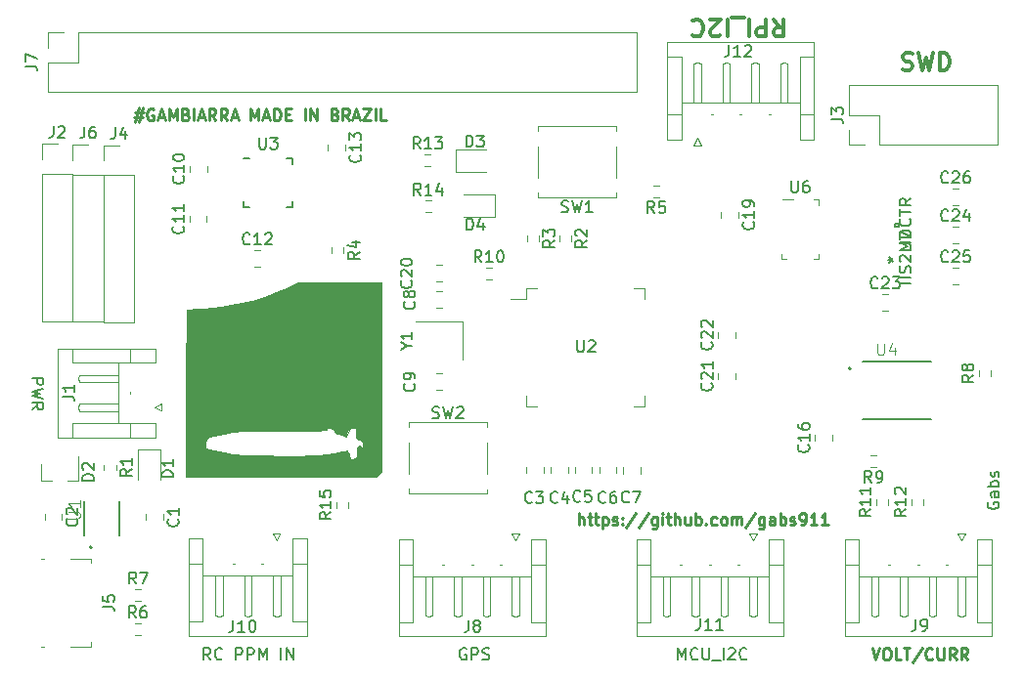
<source format=gbr>
%TF.GenerationSoftware,KiCad,Pcbnew,(5.1.9)-1*%
%TF.CreationDate,2021-03-21T01:20:58-03:00*%
%TF.ProjectId,harpiafc,68617270-6961-4666-932e-6b696361645f,rev?*%
%TF.SameCoordinates,Original*%
%TF.FileFunction,Legend,Top*%
%TF.FilePolarity,Positive*%
%FSLAX46Y46*%
G04 Gerber Fmt 4.6, Leading zero omitted, Abs format (unit mm)*
G04 Created by KiCad (PCBNEW (5.1.9)-1) date 2021-03-21 01:20:58*
%MOMM*%
%LPD*%
G01*
G04 APERTURE LIST*
%ADD10C,0.250000*%
%ADD11C,0.150000*%
%ADD12C,0.300000*%
%ADD13C,0.120000*%
%ADD14C,0.010000*%
%ADD15C,0.200000*%
%ADD16C,0.127000*%
%ADD17C,0.152400*%
%ADD18C,0.015000*%
G04 APERTURE END LIST*
D10*
X71280095Y-98496380D02*
X71280095Y-97496380D01*
X71708666Y-98496380D02*
X71708666Y-97972571D01*
X71661047Y-97877333D01*
X71565809Y-97829714D01*
X71422952Y-97829714D01*
X71327714Y-97877333D01*
X71280095Y-97924952D01*
X72042000Y-97829714D02*
X72422952Y-97829714D01*
X72184857Y-97496380D02*
X72184857Y-98353523D01*
X72232476Y-98448761D01*
X72327714Y-98496380D01*
X72422952Y-98496380D01*
X72613428Y-97829714D02*
X72994380Y-97829714D01*
X72756285Y-97496380D02*
X72756285Y-98353523D01*
X72803904Y-98448761D01*
X72899142Y-98496380D01*
X72994380Y-98496380D01*
X73327714Y-97829714D02*
X73327714Y-98829714D01*
X73327714Y-97877333D02*
X73422952Y-97829714D01*
X73613428Y-97829714D01*
X73708666Y-97877333D01*
X73756285Y-97924952D01*
X73803904Y-98020190D01*
X73803904Y-98305904D01*
X73756285Y-98401142D01*
X73708666Y-98448761D01*
X73613428Y-98496380D01*
X73422952Y-98496380D01*
X73327714Y-98448761D01*
X74184857Y-98448761D02*
X74280095Y-98496380D01*
X74470571Y-98496380D01*
X74565809Y-98448761D01*
X74613428Y-98353523D01*
X74613428Y-98305904D01*
X74565809Y-98210666D01*
X74470571Y-98163047D01*
X74327714Y-98163047D01*
X74232476Y-98115428D01*
X74184857Y-98020190D01*
X74184857Y-97972571D01*
X74232476Y-97877333D01*
X74327714Y-97829714D01*
X74470571Y-97829714D01*
X74565809Y-97877333D01*
X75042000Y-98401142D02*
X75089619Y-98448761D01*
X75042000Y-98496380D01*
X74994380Y-98448761D01*
X75042000Y-98401142D01*
X75042000Y-98496380D01*
X75042000Y-97877333D02*
X75089619Y-97924952D01*
X75042000Y-97972571D01*
X74994380Y-97924952D01*
X75042000Y-97877333D01*
X75042000Y-97972571D01*
X76232476Y-97448761D02*
X75375333Y-98734476D01*
X77280095Y-97448761D02*
X76422952Y-98734476D01*
X78042000Y-97829714D02*
X78042000Y-98639238D01*
X77994380Y-98734476D01*
X77946761Y-98782095D01*
X77851523Y-98829714D01*
X77708666Y-98829714D01*
X77613428Y-98782095D01*
X78042000Y-98448761D02*
X77946761Y-98496380D01*
X77756285Y-98496380D01*
X77661047Y-98448761D01*
X77613428Y-98401142D01*
X77565809Y-98305904D01*
X77565809Y-98020190D01*
X77613428Y-97924952D01*
X77661047Y-97877333D01*
X77756285Y-97829714D01*
X77946761Y-97829714D01*
X78042000Y-97877333D01*
X78518190Y-98496380D02*
X78518190Y-97829714D01*
X78518190Y-97496380D02*
X78470571Y-97544000D01*
X78518190Y-97591619D01*
X78565809Y-97544000D01*
X78518190Y-97496380D01*
X78518190Y-97591619D01*
X78851523Y-97829714D02*
X79232476Y-97829714D01*
X78994380Y-97496380D02*
X78994380Y-98353523D01*
X79042000Y-98448761D01*
X79137238Y-98496380D01*
X79232476Y-98496380D01*
X79565809Y-98496380D02*
X79565809Y-97496380D01*
X79994380Y-98496380D02*
X79994380Y-97972571D01*
X79946761Y-97877333D01*
X79851523Y-97829714D01*
X79708666Y-97829714D01*
X79613428Y-97877333D01*
X79565809Y-97924952D01*
X80899142Y-97829714D02*
X80899142Y-98496380D01*
X80470571Y-97829714D02*
X80470571Y-98353523D01*
X80518190Y-98448761D01*
X80613428Y-98496380D01*
X80756285Y-98496380D01*
X80851523Y-98448761D01*
X80899142Y-98401142D01*
X81375333Y-98496380D02*
X81375333Y-97496380D01*
X81375333Y-97877333D02*
X81470571Y-97829714D01*
X81661047Y-97829714D01*
X81756285Y-97877333D01*
X81803904Y-97924952D01*
X81851523Y-98020190D01*
X81851523Y-98305904D01*
X81803904Y-98401142D01*
X81756285Y-98448761D01*
X81661047Y-98496380D01*
X81470571Y-98496380D01*
X81375333Y-98448761D01*
X82280095Y-98401142D02*
X82327714Y-98448761D01*
X82280095Y-98496380D01*
X82232476Y-98448761D01*
X82280095Y-98401142D01*
X82280095Y-98496380D01*
X83184857Y-98448761D02*
X83089619Y-98496380D01*
X82899142Y-98496380D01*
X82803904Y-98448761D01*
X82756285Y-98401142D01*
X82708666Y-98305904D01*
X82708666Y-98020190D01*
X82756285Y-97924952D01*
X82803904Y-97877333D01*
X82899142Y-97829714D01*
X83089619Y-97829714D01*
X83184857Y-97877333D01*
X83756285Y-98496380D02*
X83661047Y-98448761D01*
X83613428Y-98401142D01*
X83565809Y-98305904D01*
X83565809Y-98020190D01*
X83613428Y-97924952D01*
X83661047Y-97877333D01*
X83756285Y-97829714D01*
X83899142Y-97829714D01*
X83994380Y-97877333D01*
X84042000Y-97924952D01*
X84089619Y-98020190D01*
X84089619Y-98305904D01*
X84042000Y-98401142D01*
X83994380Y-98448761D01*
X83899142Y-98496380D01*
X83756285Y-98496380D01*
X84518190Y-98496380D02*
X84518190Y-97829714D01*
X84518190Y-97924952D02*
X84565809Y-97877333D01*
X84661047Y-97829714D01*
X84803904Y-97829714D01*
X84899142Y-97877333D01*
X84946761Y-97972571D01*
X84946761Y-98496380D01*
X84946761Y-97972571D02*
X84994380Y-97877333D01*
X85089619Y-97829714D01*
X85232476Y-97829714D01*
X85327714Y-97877333D01*
X85375333Y-97972571D01*
X85375333Y-98496380D01*
X86565809Y-97448761D02*
X85708666Y-98734476D01*
X87327714Y-97829714D02*
X87327714Y-98639238D01*
X87280095Y-98734476D01*
X87232476Y-98782095D01*
X87137238Y-98829714D01*
X86994380Y-98829714D01*
X86899142Y-98782095D01*
X87327714Y-98448761D02*
X87232476Y-98496380D01*
X87042000Y-98496380D01*
X86946761Y-98448761D01*
X86899142Y-98401142D01*
X86851523Y-98305904D01*
X86851523Y-98020190D01*
X86899142Y-97924952D01*
X86946761Y-97877333D01*
X87042000Y-97829714D01*
X87232476Y-97829714D01*
X87327714Y-97877333D01*
X88232476Y-98496380D02*
X88232476Y-97972571D01*
X88184857Y-97877333D01*
X88089619Y-97829714D01*
X87899142Y-97829714D01*
X87803904Y-97877333D01*
X88232476Y-98448761D02*
X88137238Y-98496380D01*
X87899142Y-98496380D01*
X87803904Y-98448761D01*
X87756285Y-98353523D01*
X87756285Y-98258285D01*
X87803904Y-98163047D01*
X87899142Y-98115428D01*
X88137238Y-98115428D01*
X88232476Y-98067809D01*
X88708666Y-98496380D02*
X88708666Y-97496380D01*
X88708666Y-97877333D02*
X88803904Y-97829714D01*
X88994380Y-97829714D01*
X89089619Y-97877333D01*
X89137238Y-97924952D01*
X89184857Y-98020190D01*
X89184857Y-98305904D01*
X89137238Y-98401142D01*
X89089619Y-98448761D01*
X88994380Y-98496380D01*
X88803904Y-98496380D01*
X88708666Y-98448761D01*
X89565809Y-98448761D02*
X89661047Y-98496380D01*
X89851523Y-98496380D01*
X89946761Y-98448761D01*
X89994380Y-98353523D01*
X89994380Y-98305904D01*
X89946761Y-98210666D01*
X89851523Y-98163047D01*
X89708666Y-98163047D01*
X89613428Y-98115428D01*
X89565809Y-98020190D01*
X89565809Y-97972571D01*
X89613428Y-97877333D01*
X89708666Y-97829714D01*
X89851523Y-97829714D01*
X89946761Y-97877333D01*
X90470571Y-98496380D02*
X90661047Y-98496380D01*
X90756285Y-98448761D01*
X90803904Y-98401142D01*
X90899142Y-98258285D01*
X90946761Y-98067809D01*
X90946761Y-97686857D01*
X90899142Y-97591619D01*
X90851523Y-97544000D01*
X90756285Y-97496380D01*
X90565809Y-97496380D01*
X90470571Y-97544000D01*
X90422952Y-97591619D01*
X90375333Y-97686857D01*
X90375333Y-97924952D01*
X90422952Y-98020190D01*
X90470571Y-98067809D01*
X90565809Y-98115428D01*
X90756285Y-98115428D01*
X90851523Y-98067809D01*
X90899142Y-98020190D01*
X90946761Y-97924952D01*
X91899142Y-98496380D02*
X91327714Y-98496380D01*
X91613428Y-98496380D02*
X91613428Y-97496380D01*
X91518190Y-97639238D01*
X91422952Y-97734476D01*
X91327714Y-97782095D01*
X92851523Y-98496380D02*
X92280095Y-98496380D01*
X92565809Y-98496380D02*
X92565809Y-97496380D01*
X92470571Y-97639238D01*
X92375333Y-97734476D01*
X92280095Y-97782095D01*
X32878476Y-62777714D02*
X33592761Y-62777714D01*
X33164190Y-62349142D02*
X32878476Y-63634857D01*
X33497523Y-63206285D02*
X32783238Y-63206285D01*
X33211809Y-63634857D02*
X33497523Y-62349142D01*
X34449904Y-62492000D02*
X34354666Y-62444380D01*
X34211809Y-62444380D01*
X34068952Y-62492000D01*
X33973714Y-62587238D01*
X33926095Y-62682476D01*
X33878476Y-62872952D01*
X33878476Y-63015809D01*
X33926095Y-63206285D01*
X33973714Y-63301523D01*
X34068952Y-63396761D01*
X34211809Y-63444380D01*
X34307047Y-63444380D01*
X34449904Y-63396761D01*
X34497523Y-63349142D01*
X34497523Y-63015809D01*
X34307047Y-63015809D01*
X34878476Y-63158666D02*
X35354666Y-63158666D01*
X34783238Y-63444380D02*
X35116571Y-62444380D01*
X35449904Y-63444380D01*
X35783238Y-63444380D02*
X35783238Y-62444380D01*
X36116571Y-63158666D01*
X36449904Y-62444380D01*
X36449904Y-63444380D01*
X37259428Y-62920571D02*
X37402285Y-62968190D01*
X37449904Y-63015809D01*
X37497523Y-63111047D01*
X37497523Y-63253904D01*
X37449904Y-63349142D01*
X37402285Y-63396761D01*
X37307047Y-63444380D01*
X36926095Y-63444380D01*
X36926095Y-62444380D01*
X37259428Y-62444380D01*
X37354666Y-62492000D01*
X37402285Y-62539619D01*
X37449904Y-62634857D01*
X37449904Y-62730095D01*
X37402285Y-62825333D01*
X37354666Y-62872952D01*
X37259428Y-62920571D01*
X36926095Y-62920571D01*
X37926095Y-63444380D02*
X37926095Y-62444380D01*
X38354666Y-63158666D02*
X38830857Y-63158666D01*
X38259428Y-63444380D02*
X38592761Y-62444380D01*
X38926095Y-63444380D01*
X39830857Y-63444380D02*
X39497523Y-62968190D01*
X39259428Y-63444380D02*
X39259428Y-62444380D01*
X39640380Y-62444380D01*
X39735619Y-62492000D01*
X39783238Y-62539619D01*
X39830857Y-62634857D01*
X39830857Y-62777714D01*
X39783238Y-62872952D01*
X39735619Y-62920571D01*
X39640380Y-62968190D01*
X39259428Y-62968190D01*
X40830857Y-63444380D02*
X40497523Y-62968190D01*
X40259428Y-63444380D02*
X40259428Y-62444380D01*
X40640380Y-62444380D01*
X40735619Y-62492000D01*
X40783238Y-62539619D01*
X40830857Y-62634857D01*
X40830857Y-62777714D01*
X40783238Y-62872952D01*
X40735619Y-62920571D01*
X40640380Y-62968190D01*
X40259428Y-62968190D01*
X41211809Y-63158666D02*
X41688000Y-63158666D01*
X41116571Y-63444380D02*
X41449904Y-62444380D01*
X41783238Y-63444380D01*
X42878476Y-63444380D02*
X42878476Y-62444380D01*
X43211809Y-63158666D01*
X43545142Y-62444380D01*
X43545142Y-63444380D01*
X43973714Y-63158666D02*
X44449904Y-63158666D01*
X43878476Y-63444380D02*
X44211809Y-62444380D01*
X44545142Y-63444380D01*
X44878476Y-63444380D02*
X44878476Y-62444380D01*
X45116571Y-62444380D01*
X45259428Y-62492000D01*
X45354666Y-62587238D01*
X45402285Y-62682476D01*
X45449904Y-62872952D01*
X45449904Y-63015809D01*
X45402285Y-63206285D01*
X45354666Y-63301523D01*
X45259428Y-63396761D01*
X45116571Y-63444380D01*
X44878476Y-63444380D01*
X45878476Y-62920571D02*
X46211809Y-62920571D01*
X46354666Y-63444380D02*
X45878476Y-63444380D01*
X45878476Y-62444380D01*
X46354666Y-62444380D01*
X47545142Y-63444380D02*
X47545142Y-62444380D01*
X48021333Y-63444380D02*
X48021333Y-62444380D01*
X48592761Y-63444380D01*
X48592761Y-62444380D01*
X50164190Y-62920571D02*
X50307047Y-62968190D01*
X50354666Y-63015809D01*
X50402285Y-63111047D01*
X50402285Y-63253904D01*
X50354666Y-63349142D01*
X50307047Y-63396761D01*
X50211809Y-63444380D01*
X49830857Y-63444380D01*
X49830857Y-62444380D01*
X50164190Y-62444380D01*
X50259428Y-62492000D01*
X50307047Y-62539619D01*
X50354666Y-62634857D01*
X50354666Y-62730095D01*
X50307047Y-62825333D01*
X50259428Y-62872952D01*
X50164190Y-62920571D01*
X49830857Y-62920571D01*
X51402285Y-63444380D02*
X51068952Y-62968190D01*
X50830857Y-63444380D02*
X50830857Y-62444380D01*
X51211809Y-62444380D01*
X51307047Y-62492000D01*
X51354666Y-62539619D01*
X51402285Y-62634857D01*
X51402285Y-62777714D01*
X51354666Y-62872952D01*
X51307047Y-62920571D01*
X51211809Y-62968190D01*
X50830857Y-62968190D01*
X51783238Y-63158666D02*
X52259428Y-63158666D01*
X51688000Y-63444380D02*
X52021333Y-62444380D01*
X52354666Y-63444380D01*
X52592761Y-62444380D02*
X53259428Y-62444380D01*
X52592761Y-63444380D01*
X53259428Y-63444380D01*
X53640380Y-63444380D02*
X53640380Y-62444380D01*
X54592761Y-63444380D02*
X54116571Y-63444380D01*
X54116571Y-62444380D01*
X96647523Y-109180380D02*
X96980857Y-110180380D01*
X97314190Y-109180380D01*
X97838000Y-109180380D02*
X98028476Y-109180380D01*
X98123714Y-109228000D01*
X98218952Y-109323238D01*
X98266571Y-109513714D01*
X98266571Y-109847047D01*
X98218952Y-110037523D01*
X98123714Y-110132761D01*
X98028476Y-110180380D01*
X97838000Y-110180380D01*
X97742761Y-110132761D01*
X97647523Y-110037523D01*
X97599904Y-109847047D01*
X97599904Y-109513714D01*
X97647523Y-109323238D01*
X97742761Y-109228000D01*
X97838000Y-109180380D01*
X99171333Y-110180380D02*
X98695142Y-110180380D01*
X98695142Y-109180380D01*
X99361809Y-109180380D02*
X99933238Y-109180380D01*
X99647523Y-110180380D02*
X99647523Y-109180380D01*
X100980857Y-109132761D02*
X100123714Y-110418476D01*
X101885619Y-110085142D02*
X101838000Y-110132761D01*
X101695142Y-110180380D01*
X101599904Y-110180380D01*
X101457047Y-110132761D01*
X101361809Y-110037523D01*
X101314190Y-109942285D01*
X101266571Y-109751809D01*
X101266571Y-109608952D01*
X101314190Y-109418476D01*
X101361809Y-109323238D01*
X101457047Y-109228000D01*
X101599904Y-109180380D01*
X101695142Y-109180380D01*
X101838000Y-109228000D01*
X101885619Y-109275619D01*
X102314190Y-109180380D02*
X102314190Y-109989904D01*
X102361809Y-110085142D01*
X102409428Y-110132761D01*
X102504666Y-110180380D01*
X102695142Y-110180380D01*
X102790380Y-110132761D01*
X102838000Y-110085142D01*
X102885619Y-109989904D01*
X102885619Y-109180380D01*
X103933238Y-110180380D02*
X103599904Y-109704190D01*
X103361809Y-110180380D02*
X103361809Y-109180380D01*
X103742761Y-109180380D01*
X103838000Y-109228000D01*
X103885619Y-109275619D01*
X103933238Y-109370857D01*
X103933238Y-109513714D01*
X103885619Y-109608952D01*
X103838000Y-109656571D01*
X103742761Y-109704190D01*
X103361809Y-109704190D01*
X104933238Y-110180380D02*
X104599904Y-109704190D01*
X104361809Y-110180380D02*
X104361809Y-109180380D01*
X104742761Y-109180380D01*
X104838000Y-109228000D01*
X104885619Y-109275619D01*
X104933238Y-109370857D01*
X104933238Y-109513714D01*
X104885619Y-109608952D01*
X104838000Y-109656571D01*
X104742761Y-109704190D01*
X104361809Y-109704190D01*
D11*
X79851619Y-110180380D02*
X79851619Y-109180380D01*
X80184952Y-109894666D01*
X80518285Y-109180380D01*
X80518285Y-110180380D01*
X81565904Y-110085142D02*
X81518285Y-110132761D01*
X81375428Y-110180380D01*
X81280190Y-110180380D01*
X81137333Y-110132761D01*
X81042095Y-110037523D01*
X80994476Y-109942285D01*
X80946857Y-109751809D01*
X80946857Y-109608952D01*
X80994476Y-109418476D01*
X81042095Y-109323238D01*
X81137333Y-109228000D01*
X81280190Y-109180380D01*
X81375428Y-109180380D01*
X81518285Y-109228000D01*
X81565904Y-109275619D01*
X81994476Y-109180380D02*
X81994476Y-109989904D01*
X82042095Y-110085142D01*
X82089714Y-110132761D01*
X82184952Y-110180380D01*
X82375428Y-110180380D01*
X82470666Y-110132761D01*
X82518285Y-110085142D01*
X82565904Y-109989904D01*
X82565904Y-109180380D01*
X82804000Y-110275619D02*
X83565904Y-110275619D01*
X83804000Y-110180380D02*
X83804000Y-109180380D01*
X84232571Y-109275619D02*
X84280190Y-109228000D01*
X84375428Y-109180380D01*
X84613523Y-109180380D01*
X84708761Y-109228000D01*
X84756380Y-109275619D01*
X84804000Y-109370857D01*
X84804000Y-109466095D01*
X84756380Y-109608952D01*
X84184952Y-110180380D01*
X84804000Y-110180380D01*
X85804000Y-110085142D02*
X85756380Y-110132761D01*
X85613523Y-110180380D01*
X85518285Y-110180380D01*
X85375428Y-110132761D01*
X85280190Y-110037523D01*
X85232571Y-109942285D01*
X85184952Y-109751809D01*
X85184952Y-109608952D01*
X85232571Y-109418476D01*
X85280190Y-109323238D01*
X85375428Y-109228000D01*
X85518285Y-109180380D01*
X85613523Y-109180380D01*
X85756380Y-109228000D01*
X85804000Y-109275619D01*
X61515714Y-109228000D02*
X61420476Y-109180380D01*
X61277619Y-109180380D01*
X61134761Y-109228000D01*
X61039523Y-109323238D01*
X60991904Y-109418476D01*
X60944285Y-109608952D01*
X60944285Y-109751809D01*
X60991904Y-109942285D01*
X61039523Y-110037523D01*
X61134761Y-110132761D01*
X61277619Y-110180380D01*
X61372857Y-110180380D01*
X61515714Y-110132761D01*
X61563333Y-110085142D01*
X61563333Y-109751809D01*
X61372857Y-109751809D01*
X61991904Y-110180380D02*
X61991904Y-109180380D01*
X62372857Y-109180380D01*
X62468095Y-109228000D01*
X62515714Y-109275619D01*
X62563333Y-109370857D01*
X62563333Y-109513714D01*
X62515714Y-109608952D01*
X62468095Y-109656571D01*
X62372857Y-109704190D01*
X61991904Y-109704190D01*
X62944285Y-110132761D02*
X63087142Y-110180380D01*
X63325238Y-110180380D01*
X63420476Y-110132761D01*
X63468095Y-110085142D01*
X63515714Y-109989904D01*
X63515714Y-109894666D01*
X63468095Y-109799428D01*
X63420476Y-109751809D01*
X63325238Y-109704190D01*
X63134761Y-109656571D01*
X63039523Y-109608952D01*
X62991904Y-109561333D01*
X62944285Y-109466095D01*
X62944285Y-109370857D01*
X62991904Y-109275619D01*
X63039523Y-109228000D01*
X63134761Y-109180380D01*
X63372857Y-109180380D01*
X63515714Y-109228000D01*
X39386285Y-110180380D02*
X39052952Y-109704190D01*
X38814857Y-110180380D02*
X38814857Y-109180380D01*
X39195809Y-109180380D01*
X39291047Y-109228000D01*
X39338666Y-109275619D01*
X39386285Y-109370857D01*
X39386285Y-109513714D01*
X39338666Y-109608952D01*
X39291047Y-109656571D01*
X39195809Y-109704190D01*
X38814857Y-109704190D01*
X40386285Y-110085142D02*
X40338666Y-110132761D01*
X40195809Y-110180380D01*
X40100571Y-110180380D01*
X39957714Y-110132761D01*
X39862476Y-110037523D01*
X39814857Y-109942285D01*
X39767238Y-109751809D01*
X39767238Y-109608952D01*
X39814857Y-109418476D01*
X39862476Y-109323238D01*
X39957714Y-109228000D01*
X40100571Y-109180380D01*
X40195809Y-109180380D01*
X40338666Y-109228000D01*
X40386285Y-109275619D01*
X41576761Y-110180380D02*
X41576761Y-109180380D01*
X41957714Y-109180380D01*
X42052952Y-109228000D01*
X42100571Y-109275619D01*
X42148190Y-109370857D01*
X42148190Y-109513714D01*
X42100571Y-109608952D01*
X42052952Y-109656571D01*
X41957714Y-109704190D01*
X41576761Y-109704190D01*
X42576761Y-110180380D02*
X42576761Y-109180380D01*
X42957714Y-109180380D01*
X43052952Y-109228000D01*
X43100571Y-109275619D01*
X43148190Y-109370857D01*
X43148190Y-109513714D01*
X43100571Y-109608952D01*
X43052952Y-109656571D01*
X42957714Y-109704190D01*
X42576761Y-109704190D01*
X43576761Y-110180380D02*
X43576761Y-109180380D01*
X43910095Y-109894666D01*
X44243428Y-109180380D01*
X44243428Y-110180380D01*
X45481523Y-110180380D02*
X45481523Y-109180380D01*
X45957714Y-110180380D02*
X45957714Y-109180380D01*
X46529142Y-110180380D01*
X46529142Y-109180380D01*
X23931619Y-85788666D02*
X24931619Y-85788666D01*
X24931619Y-86169619D01*
X24884000Y-86264857D01*
X24836380Y-86312476D01*
X24741142Y-86360095D01*
X24598285Y-86360095D01*
X24503047Y-86312476D01*
X24455428Y-86264857D01*
X24407809Y-86169619D01*
X24407809Y-85788666D01*
X24931619Y-86693428D02*
X23931619Y-86931523D01*
X24645904Y-87122000D01*
X23931619Y-87312476D01*
X24931619Y-87550571D01*
X23931619Y-88502952D02*
X24407809Y-88169619D01*
X23931619Y-87931523D02*
X24931619Y-87931523D01*
X24931619Y-88312476D01*
X24884000Y-88407714D01*
X24836380Y-88455333D01*
X24741142Y-88502952D01*
X24598285Y-88502952D01*
X24503047Y-88455333D01*
X24455428Y-88407714D01*
X24407809Y-88312476D01*
X24407809Y-87931523D01*
D12*
X88125714Y-54693428D02*
X88625714Y-55407714D01*
X88982857Y-54693428D02*
X88982857Y-56193428D01*
X88411428Y-56193428D01*
X88268571Y-56122000D01*
X88197142Y-56050571D01*
X88125714Y-55907714D01*
X88125714Y-55693428D01*
X88197142Y-55550571D01*
X88268571Y-55479142D01*
X88411428Y-55407714D01*
X88982857Y-55407714D01*
X87482857Y-54693428D02*
X87482857Y-56193428D01*
X86911428Y-56193428D01*
X86768571Y-56122000D01*
X86697142Y-56050571D01*
X86625714Y-55907714D01*
X86625714Y-55693428D01*
X86697142Y-55550571D01*
X86768571Y-55479142D01*
X86911428Y-55407714D01*
X87482857Y-55407714D01*
X85982857Y-54693428D02*
X85982857Y-56193428D01*
X85625714Y-54550571D02*
X84482857Y-54550571D01*
X84125714Y-54693428D02*
X84125714Y-56193428D01*
X83482857Y-56050571D02*
X83411428Y-56122000D01*
X83268571Y-56193428D01*
X82911428Y-56193428D01*
X82768571Y-56122000D01*
X82697142Y-56050571D01*
X82625714Y-55907714D01*
X82625714Y-55764857D01*
X82697142Y-55550571D01*
X83554285Y-54693428D01*
X82625714Y-54693428D01*
X81125714Y-54836285D02*
X81197142Y-54764857D01*
X81411428Y-54693428D01*
X81554285Y-54693428D01*
X81768571Y-54764857D01*
X81911428Y-54907714D01*
X81982857Y-55050571D01*
X82054285Y-55336285D01*
X82054285Y-55550571D01*
X81982857Y-55836285D01*
X81911428Y-55979142D01*
X81768571Y-56122000D01*
X81554285Y-56193428D01*
X81411428Y-56193428D01*
X81197142Y-56122000D01*
X81125714Y-56050571D01*
X99310285Y-59027142D02*
X99524571Y-59098571D01*
X99881714Y-59098571D01*
X100024571Y-59027142D01*
X100096000Y-58955714D01*
X100167428Y-58812857D01*
X100167428Y-58670000D01*
X100096000Y-58527142D01*
X100024571Y-58455714D01*
X99881714Y-58384285D01*
X99596000Y-58312857D01*
X99453142Y-58241428D01*
X99381714Y-58170000D01*
X99310285Y-58027142D01*
X99310285Y-57884285D01*
X99381714Y-57741428D01*
X99453142Y-57670000D01*
X99596000Y-57598571D01*
X99953142Y-57598571D01*
X100167428Y-57670000D01*
X100667428Y-57598571D02*
X101024571Y-59098571D01*
X101310285Y-58027142D01*
X101596000Y-59098571D01*
X101953142Y-57598571D01*
X102524571Y-59098571D02*
X102524571Y-57598571D01*
X102881714Y-57598571D01*
X103096000Y-57670000D01*
X103238857Y-57812857D01*
X103310285Y-57955714D01*
X103381714Y-58241428D01*
X103381714Y-58455714D01*
X103310285Y-58741428D01*
X103238857Y-58884285D01*
X103096000Y-59027142D01*
X102881714Y-59098571D01*
X102524571Y-59098571D01*
D11*
X106688000Y-96551619D02*
X106640380Y-96646857D01*
X106640380Y-96789714D01*
X106688000Y-96932571D01*
X106783238Y-97027809D01*
X106878476Y-97075428D01*
X107068952Y-97123047D01*
X107211809Y-97123047D01*
X107402285Y-97075428D01*
X107497523Y-97027809D01*
X107592761Y-96932571D01*
X107640380Y-96789714D01*
X107640380Y-96694476D01*
X107592761Y-96551619D01*
X107545142Y-96504000D01*
X107211809Y-96504000D01*
X107211809Y-96694476D01*
X107640380Y-95646857D02*
X107116571Y-95646857D01*
X107021333Y-95694476D01*
X106973714Y-95789714D01*
X106973714Y-95980190D01*
X107021333Y-96075428D01*
X107592761Y-95646857D02*
X107640380Y-95742095D01*
X107640380Y-95980190D01*
X107592761Y-96075428D01*
X107497523Y-96123047D01*
X107402285Y-96123047D01*
X107307047Y-96075428D01*
X107259428Y-95980190D01*
X107259428Y-95742095D01*
X107211809Y-95646857D01*
X107640380Y-95170666D02*
X106640380Y-95170666D01*
X107021333Y-95170666D02*
X106973714Y-95075428D01*
X106973714Y-94884952D01*
X107021333Y-94789714D01*
X107068952Y-94742095D01*
X107164190Y-94694476D01*
X107449904Y-94694476D01*
X107545142Y-94742095D01*
X107592761Y-94789714D01*
X107640380Y-94884952D01*
X107640380Y-95075428D01*
X107592761Y-95170666D01*
X107592761Y-94313523D02*
X107640380Y-94218285D01*
X107640380Y-94027809D01*
X107592761Y-93932571D01*
X107497523Y-93884952D01*
X107449904Y-93884952D01*
X107354666Y-93932571D01*
X107307047Y-94027809D01*
X107307047Y-94170666D01*
X107259428Y-94265904D01*
X107164190Y-94313523D01*
X107116571Y-94313523D01*
X107021333Y-94265904D01*
X106973714Y-94170666D01*
X106973714Y-94027809D01*
X107021333Y-93932571D01*
D13*
%TO.C,J9*%
X104094000Y-99246000D02*
X104394000Y-99846000D01*
X104694000Y-99246000D02*
X104094000Y-99246000D01*
X104394000Y-99846000D02*
X104694000Y-99246000D01*
X96574000Y-102936000D02*
X96894000Y-102936000D01*
X96574000Y-106356000D02*
X96574000Y-102936000D01*
X96894000Y-106436000D02*
X96574000Y-106356000D01*
X97214000Y-106356000D02*
X96894000Y-106436000D01*
X97214000Y-102936000D02*
X97214000Y-106356000D01*
X96894000Y-102936000D02*
X97214000Y-102936000D01*
X98224000Y-101936000D02*
X98064000Y-101936000D01*
X99074000Y-102936000D02*
X99394000Y-102936000D01*
X99074000Y-106356000D02*
X99074000Y-102936000D01*
X99394000Y-106436000D02*
X99074000Y-106356000D01*
X99714000Y-106356000D02*
X99394000Y-106436000D01*
X99714000Y-102936000D02*
X99714000Y-106356000D01*
X99394000Y-102936000D02*
X99714000Y-102936000D01*
X100724000Y-101936000D02*
X100564000Y-101936000D01*
X101574000Y-102936000D02*
X101894000Y-102936000D01*
X101574000Y-106356000D02*
X101574000Y-102936000D01*
X101894000Y-106436000D02*
X101574000Y-106356000D01*
X102214000Y-106356000D02*
X101894000Y-106436000D01*
X102214000Y-102936000D02*
X102214000Y-106356000D01*
X101894000Y-102936000D02*
X102214000Y-102936000D01*
X103224000Y-101936000D02*
X103064000Y-101936000D01*
X104074000Y-102936000D02*
X104394000Y-102936000D01*
X104074000Y-106356000D02*
X104074000Y-102936000D01*
X104394000Y-106436000D02*
X104074000Y-106356000D01*
X104714000Y-106356000D02*
X104394000Y-106436000D01*
X104714000Y-102936000D02*
X104714000Y-106356000D01*
X104394000Y-102936000D02*
X104714000Y-102936000D01*
X105784000Y-102936000D02*
X95504000Y-102936000D01*
X95504000Y-101936000D02*
X94284000Y-101936000D01*
X95504000Y-106936000D02*
X95504000Y-101936000D01*
X94284000Y-106936000D02*
X95504000Y-106936000D01*
X105784000Y-101936000D02*
X107004000Y-101936000D01*
X105784000Y-106936000D02*
X105784000Y-101936000D01*
X107004000Y-106936000D02*
X105784000Y-106936000D01*
X95504000Y-99736000D02*
X95504000Y-101936000D01*
X94284000Y-99736000D02*
X95504000Y-99736000D01*
X94284000Y-108156000D02*
X94284000Y-99736000D01*
X107004000Y-108156000D02*
X94284000Y-108156000D01*
X107004000Y-99736000D02*
X107004000Y-108156000D01*
X105784000Y-99736000D02*
X107004000Y-99736000D01*
X105784000Y-101936000D02*
X105784000Y-99736000D01*
%TO.C,J8*%
X65486000Y-99246000D02*
X65786000Y-99846000D01*
X66086000Y-99246000D02*
X65486000Y-99246000D01*
X65786000Y-99846000D02*
X66086000Y-99246000D01*
X57966000Y-102936000D02*
X58286000Y-102936000D01*
X57966000Y-106356000D02*
X57966000Y-102936000D01*
X58286000Y-106436000D02*
X57966000Y-106356000D01*
X58606000Y-106356000D02*
X58286000Y-106436000D01*
X58606000Y-102936000D02*
X58606000Y-106356000D01*
X58286000Y-102936000D02*
X58606000Y-102936000D01*
X59616000Y-101936000D02*
X59456000Y-101936000D01*
X60466000Y-102936000D02*
X60786000Y-102936000D01*
X60466000Y-106356000D02*
X60466000Y-102936000D01*
X60786000Y-106436000D02*
X60466000Y-106356000D01*
X61106000Y-106356000D02*
X60786000Y-106436000D01*
X61106000Y-102936000D02*
X61106000Y-106356000D01*
X60786000Y-102936000D02*
X61106000Y-102936000D01*
X62116000Y-101936000D02*
X61956000Y-101936000D01*
X62966000Y-102936000D02*
X63286000Y-102936000D01*
X62966000Y-106356000D02*
X62966000Y-102936000D01*
X63286000Y-106436000D02*
X62966000Y-106356000D01*
X63606000Y-106356000D02*
X63286000Y-106436000D01*
X63606000Y-102936000D02*
X63606000Y-106356000D01*
X63286000Y-102936000D02*
X63606000Y-102936000D01*
X64616000Y-101936000D02*
X64456000Y-101936000D01*
X65466000Y-102936000D02*
X65786000Y-102936000D01*
X65466000Y-106356000D02*
X65466000Y-102936000D01*
X65786000Y-106436000D02*
X65466000Y-106356000D01*
X66106000Y-106356000D02*
X65786000Y-106436000D01*
X66106000Y-102936000D02*
X66106000Y-106356000D01*
X65786000Y-102936000D02*
X66106000Y-102936000D01*
X67176000Y-102936000D02*
X56896000Y-102936000D01*
X56896000Y-101936000D02*
X55676000Y-101936000D01*
X56896000Y-106936000D02*
X56896000Y-101936000D01*
X55676000Y-106936000D02*
X56896000Y-106936000D01*
X67176000Y-101936000D02*
X68396000Y-101936000D01*
X67176000Y-106936000D02*
X67176000Y-101936000D01*
X68396000Y-106936000D02*
X67176000Y-106936000D01*
X56896000Y-99736000D02*
X56896000Y-101936000D01*
X55676000Y-99736000D02*
X56896000Y-99736000D01*
X55676000Y-108156000D02*
X55676000Y-99736000D01*
X68396000Y-108156000D02*
X55676000Y-108156000D01*
X68396000Y-99736000D02*
X68396000Y-108156000D01*
X67176000Y-99736000D02*
X68396000Y-99736000D01*
X67176000Y-101936000D02*
X67176000Y-99736000D01*
%TO.C,J10*%
X44816000Y-99220000D02*
X45116000Y-99820000D01*
X45416000Y-99220000D02*
X44816000Y-99220000D01*
X45116000Y-99820000D02*
X45416000Y-99220000D01*
X39796000Y-102910000D02*
X40116000Y-102910000D01*
X39796000Y-106330000D02*
X39796000Y-102910000D01*
X40116000Y-106410000D02*
X39796000Y-106330000D01*
X40436000Y-106330000D02*
X40116000Y-106410000D01*
X40436000Y-102910000D02*
X40436000Y-106330000D01*
X40116000Y-102910000D02*
X40436000Y-102910000D01*
X41446000Y-101910000D02*
X41286000Y-101910000D01*
X42296000Y-102910000D02*
X42616000Y-102910000D01*
X42296000Y-106330000D02*
X42296000Y-102910000D01*
X42616000Y-106410000D02*
X42296000Y-106330000D01*
X42936000Y-106330000D02*
X42616000Y-106410000D01*
X42936000Y-102910000D02*
X42936000Y-106330000D01*
X42616000Y-102910000D02*
X42936000Y-102910000D01*
X43946000Y-101910000D02*
X43786000Y-101910000D01*
X44796000Y-102910000D02*
X45116000Y-102910000D01*
X44796000Y-106330000D02*
X44796000Y-102910000D01*
X45116000Y-106410000D02*
X44796000Y-106330000D01*
X45436000Y-106330000D02*
X45116000Y-106410000D01*
X45436000Y-102910000D02*
X45436000Y-106330000D01*
X45116000Y-102910000D02*
X45436000Y-102910000D01*
X46506000Y-102910000D02*
X38726000Y-102910000D01*
X38726000Y-101910000D02*
X37506000Y-101910000D01*
X38726000Y-106910000D02*
X38726000Y-101910000D01*
X37506000Y-106910000D02*
X38726000Y-106910000D01*
X46506000Y-101910000D02*
X47726000Y-101910000D01*
X46506000Y-106910000D02*
X46506000Y-101910000D01*
X47726000Y-106910000D02*
X46506000Y-106910000D01*
X38726000Y-99710000D02*
X38726000Y-101910000D01*
X37506000Y-99710000D02*
X38726000Y-99710000D01*
X37506000Y-108130000D02*
X37506000Y-99710000D01*
X47726000Y-108130000D02*
X37506000Y-108130000D01*
X47726000Y-99710000D02*
X47726000Y-108130000D01*
X46506000Y-99710000D02*
X47726000Y-99710000D01*
X46506000Y-101910000D02*
X46506000Y-99710000D01*
D14*
%TO.C,G\u002A\u002A\u002A*%
G36*
X54186667Y-93903030D02*
G01*
X53978849Y-94110849D01*
X53771030Y-94318667D01*
X37236756Y-94318667D01*
X37248410Y-91473889D01*
X38946667Y-91473889D01*
X38946667Y-91842542D01*
X39687500Y-92029161D01*
X40136014Y-92139994D01*
X40532982Y-92231003D01*
X40902443Y-92304431D01*
X41268436Y-92362520D01*
X41654998Y-92407514D01*
X42086169Y-92441657D01*
X42585986Y-92467191D01*
X43178487Y-92486359D01*
X43887712Y-92501405D01*
X44737698Y-92514571D01*
X44915667Y-92517026D01*
X46104124Y-92526962D01*
X47138227Y-92521553D01*
X48032338Y-92499914D01*
X48800818Y-92461165D01*
X49458028Y-92404424D01*
X50018328Y-92328807D01*
X50496081Y-92233432D01*
X50781747Y-92156656D01*
X51021984Y-92098901D01*
X51190978Y-92085073D01*
X51232491Y-92098619D01*
X51291725Y-92212771D01*
X51370175Y-92420109D01*
X51390575Y-92481924D01*
X51471261Y-92689233D01*
X51568383Y-92774426D01*
X51735705Y-92780555D01*
X51760636Y-92778258D01*
X51914222Y-92754135D01*
X51996831Y-92690766D01*
X52034936Y-92544010D01*
X52053903Y-92289233D01*
X52098267Y-91934056D01*
X52177628Y-91706135D01*
X52281913Y-91617055D01*
X52401052Y-91678402D01*
X52479371Y-91799834D01*
X52548069Y-91923647D01*
X52564520Y-91899158D01*
X52557922Y-91821000D01*
X52575647Y-91624420D01*
X52609574Y-91540498D01*
X52611511Y-91415432D01*
X52532277Y-91266779D01*
X52417924Y-91157361D01*
X52320325Y-91145938D01*
X52193058Y-91154724D01*
X52119974Y-91134883D01*
X52038855Y-91056971D01*
X51996824Y-90879428D01*
X51985334Y-90584275D01*
X51981598Y-90306219D01*
X51957227Y-90157229D01*
X51892476Y-90097039D01*
X51767598Y-90085384D01*
X51740658Y-90085334D01*
X51577678Y-90110174D01*
X51457244Y-90211423D01*
X51334513Y-90429172D01*
X51318612Y-90462671D01*
X51141242Y-90840009D01*
X50737788Y-90717588D01*
X50492617Y-90646489D01*
X50317895Y-90601865D01*
X50273008Y-90594250D01*
X50196630Y-90526197D01*
X50091946Y-90361349D01*
X50080334Y-90339334D01*
X49929965Y-90163465D01*
X49741624Y-90082325D01*
X49568693Y-90106638D01*
X49473967Y-90217505D01*
X49446984Y-90249470D01*
X49383139Y-90275713D01*
X49267813Y-90296688D01*
X49086393Y-90312850D01*
X48824261Y-90324654D01*
X48466804Y-90332554D01*
X47999404Y-90337006D01*
X47407447Y-90338462D01*
X46676317Y-90337379D01*
X45791398Y-90334210D01*
X45730124Y-90333951D01*
X44789923Y-90330622D01*
X43998455Y-90330201D01*
X43335126Y-90333990D01*
X42779341Y-90343291D01*
X42310509Y-90359404D01*
X41908034Y-90383632D01*
X41551325Y-90417276D01*
X41219786Y-90461637D01*
X40892826Y-90518017D01*
X40549849Y-90587717D01*
X40170263Y-90672039D01*
X40089667Y-90690423D01*
X39629780Y-90802802D01*
X39311570Y-90904935D01*
X39109649Y-91014225D01*
X38998633Y-91148070D01*
X38953135Y-91323873D01*
X38946667Y-91473889D01*
X37248410Y-91473889D01*
X37266211Y-87129036D01*
X37271155Y-86040753D01*
X37276819Y-85001550D01*
X37283082Y-84023822D01*
X37289819Y-83119968D01*
X37296908Y-82302384D01*
X37304226Y-81583469D01*
X37311649Y-80975620D01*
X37319055Y-80491234D01*
X37326321Y-80142708D01*
X37333322Y-79942440D01*
X37338000Y-79897106D01*
X37432644Y-79876992D01*
X37666822Y-79848725D01*
X38011097Y-79815257D01*
X38436034Y-79779541D01*
X38735000Y-79756991D01*
X40269593Y-79606793D01*
X41678760Y-79383285D01*
X42993133Y-79078878D01*
X44243347Y-78685981D01*
X45460036Y-78197005D01*
X45952908Y-77968621D01*
X46990149Y-77470000D01*
X54186667Y-77470000D01*
X54186667Y-93903030D01*
G37*
X54186667Y-93903030D02*
X53978849Y-94110849D01*
X53771030Y-94318667D01*
X37236756Y-94318667D01*
X37248410Y-91473889D01*
X38946667Y-91473889D01*
X38946667Y-91842542D01*
X39687500Y-92029161D01*
X40136014Y-92139994D01*
X40532982Y-92231003D01*
X40902443Y-92304431D01*
X41268436Y-92362520D01*
X41654998Y-92407514D01*
X42086169Y-92441657D01*
X42585986Y-92467191D01*
X43178487Y-92486359D01*
X43887712Y-92501405D01*
X44737698Y-92514571D01*
X44915667Y-92517026D01*
X46104124Y-92526962D01*
X47138227Y-92521553D01*
X48032338Y-92499914D01*
X48800818Y-92461165D01*
X49458028Y-92404424D01*
X50018328Y-92328807D01*
X50496081Y-92233432D01*
X50781747Y-92156656D01*
X51021984Y-92098901D01*
X51190978Y-92085073D01*
X51232491Y-92098619D01*
X51291725Y-92212771D01*
X51370175Y-92420109D01*
X51390575Y-92481924D01*
X51471261Y-92689233D01*
X51568383Y-92774426D01*
X51735705Y-92780555D01*
X51760636Y-92778258D01*
X51914222Y-92754135D01*
X51996831Y-92690766D01*
X52034936Y-92544010D01*
X52053903Y-92289233D01*
X52098267Y-91934056D01*
X52177628Y-91706135D01*
X52281913Y-91617055D01*
X52401052Y-91678402D01*
X52479371Y-91799834D01*
X52548069Y-91923647D01*
X52564520Y-91899158D01*
X52557922Y-91821000D01*
X52575647Y-91624420D01*
X52609574Y-91540498D01*
X52611511Y-91415432D01*
X52532277Y-91266779D01*
X52417924Y-91157361D01*
X52320325Y-91145938D01*
X52193058Y-91154724D01*
X52119974Y-91134883D01*
X52038855Y-91056971D01*
X51996824Y-90879428D01*
X51985334Y-90584275D01*
X51981598Y-90306219D01*
X51957227Y-90157229D01*
X51892476Y-90097039D01*
X51767598Y-90085384D01*
X51740658Y-90085334D01*
X51577678Y-90110174D01*
X51457244Y-90211423D01*
X51334513Y-90429172D01*
X51318612Y-90462671D01*
X51141242Y-90840009D01*
X50737788Y-90717588D01*
X50492617Y-90646489D01*
X50317895Y-90601865D01*
X50273008Y-90594250D01*
X50196630Y-90526197D01*
X50091946Y-90361349D01*
X50080334Y-90339334D01*
X49929965Y-90163465D01*
X49741624Y-90082325D01*
X49568693Y-90106638D01*
X49473967Y-90217505D01*
X49446984Y-90249470D01*
X49383139Y-90275713D01*
X49267813Y-90296688D01*
X49086393Y-90312850D01*
X48824261Y-90324654D01*
X48466804Y-90332554D01*
X47999404Y-90337006D01*
X47407447Y-90338462D01*
X46676317Y-90337379D01*
X45791398Y-90334210D01*
X45730124Y-90333951D01*
X44789923Y-90330622D01*
X43998455Y-90330201D01*
X43335126Y-90333990D01*
X42779341Y-90343291D01*
X42310509Y-90359404D01*
X41908034Y-90383632D01*
X41551325Y-90417276D01*
X41219786Y-90461637D01*
X40892826Y-90518017D01*
X40549849Y-90587717D01*
X40170263Y-90672039D01*
X40089667Y-90690423D01*
X39629780Y-90802802D01*
X39311570Y-90904935D01*
X39109649Y-91014225D01*
X38998633Y-91148070D01*
X38953135Y-91323873D01*
X38946667Y-91473889D01*
X37248410Y-91473889D01*
X37266211Y-87129036D01*
X37271155Y-86040753D01*
X37276819Y-85001550D01*
X37283082Y-84023822D01*
X37289819Y-83119968D01*
X37296908Y-82302384D01*
X37304226Y-81583469D01*
X37311649Y-80975620D01*
X37319055Y-80491234D01*
X37326321Y-80142708D01*
X37333322Y-79942440D01*
X37338000Y-79897106D01*
X37432644Y-79876992D01*
X37666822Y-79848725D01*
X38011097Y-79815257D01*
X38436034Y-79779541D01*
X38735000Y-79756991D01*
X40269593Y-79606793D01*
X41678760Y-79383285D01*
X42993133Y-79078878D01*
X44243347Y-78685981D01*
X45460036Y-78197005D01*
X45952908Y-77968621D01*
X46990149Y-77470000D01*
X54186667Y-77470000D01*
X54186667Y-93903030D01*
D13*
%TO.C,C1*%
X33795000Y-97578748D02*
X33795000Y-98101252D01*
X35265000Y-97578748D02*
X35265000Y-98101252D01*
%TO.C,C2*%
X26495000Y-97538748D02*
X26495000Y-98061252D01*
X25025000Y-97538748D02*
X25025000Y-98061252D01*
%TO.C,C3*%
X68225000Y-94023252D02*
X68225000Y-93500748D01*
X66755000Y-94023252D02*
X66755000Y-93500748D01*
%TO.C,C4*%
X68855000Y-94003252D02*
X68855000Y-93480748D01*
X70325000Y-94003252D02*
X70325000Y-93480748D01*
%TO.C,C5*%
X72405000Y-94013252D02*
X72405000Y-93490748D01*
X70935000Y-94013252D02*
X70935000Y-93490748D01*
%TO.C,C6*%
X73055000Y-94013252D02*
X73055000Y-93490748D01*
X74525000Y-94013252D02*
X74525000Y-93490748D01*
%TO.C,C7*%
X75125000Y-94043252D02*
X75125000Y-93520748D01*
X76595000Y-94043252D02*
X76595000Y-93520748D01*
%TO.C,C8*%
X59443252Y-79729000D02*
X58920748Y-79729000D01*
X59443252Y-78259000D02*
X58920748Y-78259000D01*
%TO.C,C9*%
X58920748Y-86841000D02*
X59443252Y-86841000D01*
X58920748Y-85371000D02*
X59443252Y-85371000D01*
%TO.C,C10*%
X37605000Y-67909252D02*
X37605000Y-67386748D01*
X39075000Y-67909252D02*
X39075000Y-67386748D01*
%TO.C,C11*%
X39055000Y-72249252D02*
X39055000Y-71726748D01*
X37585000Y-72249252D02*
X37585000Y-71726748D01*
%TO.C,C12*%
X43172748Y-76173000D02*
X43695252Y-76173000D01*
X43172748Y-74703000D02*
X43695252Y-74703000D01*
%TO.C,C13*%
X49555000Y-65546748D02*
X49555000Y-66069252D01*
X51025000Y-65546748D02*
X51025000Y-66069252D01*
%TO.C,C16*%
X91721000Y-91193252D02*
X91721000Y-90670748D01*
X93191000Y-91193252D02*
X93191000Y-90670748D01*
%TO.C,C19*%
X85063000Y-71366748D02*
X85063000Y-71889252D01*
X83593000Y-71366748D02*
X83593000Y-71889252D01*
%TO.C,C20*%
X59443252Y-77443000D02*
X58920748Y-77443000D01*
X59443252Y-75973000D02*
X58920748Y-75973000D01*
%TO.C,C21*%
X84809000Y-85859252D02*
X84809000Y-85336748D01*
X83339000Y-85859252D02*
X83339000Y-85336748D01*
%TO.C,C22*%
X83339000Y-82303252D02*
X83339000Y-81780748D01*
X84809000Y-82303252D02*
X84809000Y-81780748D01*
%TO.C,C23*%
X97528748Y-79983000D02*
X98051252Y-79983000D01*
X97528748Y-78513000D02*
X98051252Y-78513000D01*
%TO.C,C24*%
X103624748Y-72671000D02*
X104147252Y-72671000D01*
X103624748Y-74141000D02*
X104147252Y-74141000D01*
%TO.C,C25*%
X103624748Y-77697000D02*
X104147252Y-77697000D01*
X103624748Y-76227000D02*
X104147252Y-76227000D01*
%TO.C,C26*%
X103624748Y-70839000D02*
X104147252Y-70839000D01*
X103624748Y-69369000D02*
X104147252Y-69369000D01*
%TO.C,D1*%
X35010000Y-94620000D02*
X35010000Y-91935000D01*
X35010000Y-91935000D02*
X33090000Y-91935000D01*
X33090000Y-91935000D02*
X33090000Y-94620000D01*
%TO.C,D2*%
X24760000Y-94680000D02*
X25690000Y-94680000D01*
X27920000Y-94680000D02*
X26990000Y-94680000D01*
X27920000Y-94680000D02*
X27920000Y-92520000D01*
X24760000Y-94680000D02*
X24760000Y-93220000D01*
%TO.C,D3*%
X60583000Y-67912000D02*
X63268000Y-67912000D01*
X60583000Y-65992000D02*
X60583000Y-67912000D01*
X63268000Y-65992000D02*
X60583000Y-65992000D01*
%TO.C,D4*%
X61308000Y-71812000D02*
X63993000Y-71812000D01*
X63993000Y-71812000D02*
X63993000Y-69892000D01*
X63993000Y-69892000D02*
X61308000Y-69892000D01*
%TO.C,J2*%
X24790000Y-80850000D02*
X27450000Y-80850000D01*
X24790000Y-68090000D02*
X24790000Y-80850000D01*
X27450000Y-68090000D02*
X27450000Y-80850000D01*
X24790000Y-68090000D02*
X27450000Y-68090000D01*
X24790000Y-66820000D02*
X24790000Y-65490000D01*
X24790000Y-65490000D02*
X26120000Y-65490000D01*
%TO.C,J3*%
X107502000Y-65592000D02*
X107502000Y-60392000D01*
X97282000Y-65592000D02*
X107502000Y-65592000D01*
X94682000Y-60392000D02*
X107502000Y-60392000D01*
X97282000Y-65592000D02*
X97282000Y-62992000D01*
X97282000Y-62992000D02*
X94682000Y-62992000D01*
X94682000Y-62992000D02*
X94682000Y-60392000D01*
X96012000Y-65592000D02*
X94682000Y-65592000D01*
X94682000Y-65592000D02*
X94682000Y-64262000D01*
%TO.C,J4*%
X30140000Y-65610000D02*
X31470000Y-65610000D01*
X30140000Y-66940000D02*
X30140000Y-65610000D01*
X30140000Y-68210000D02*
X32800000Y-68210000D01*
X32800000Y-68210000D02*
X32800000Y-80970000D01*
X30140000Y-68210000D02*
X30140000Y-80970000D01*
X30140000Y-80970000D02*
X32800000Y-80970000D01*
%TO.C,J5*%
X29020000Y-109060000D02*
X29020000Y-108680000D01*
X24970000Y-109060000D02*
X24710000Y-109060000D01*
X29020000Y-109060000D02*
X27250000Y-109060000D01*
X29020000Y-101440000D02*
X29020000Y-101820000D01*
X27250000Y-101440000D02*
X29020000Y-101440000D01*
X24710000Y-101440000D02*
X24970000Y-101440000D01*
%TO.C,J6*%
X27460000Y-80900000D02*
X30120000Y-80900000D01*
X27460000Y-68140000D02*
X27460000Y-80900000D01*
X30120000Y-68140000D02*
X30120000Y-80900000D01*
X27460000Y-68140000D02*
X30120000Y-68140000D01*
X27460000Y-66870000D02*
X27460000Y-65540000D01*
X27460000Y-65540000D02*
X28790000Y-65540000D01*
%TO.C,J7*%
X25340000Y-61020000D02*
X25340000Y-58420000D01*
X25340000Y-61020000D02*
X76260000Y-61020000D01*
X76260000Y-61020000D02*
X76260000Y-55820000D01*
X27940000Y-55820000D02*
X76260000Y-55820000D01*
X27940000Y-58420000D02*
X27940000Y-55820000D01*
X25340000Y-58420000D02*
X27940000Y-58420000D01*
X25340000Y-55820000D02*
X26670000Y-55820000D01*
X25340000Y-57150000D02*
X25340000Y-55820000D01*
%TO.C,J11*%
X87750000Y-101936000D02*
X87750000Y-99736000D01*
X87750000Y-99736000D02*
X88970000Y-99736000D01*
X88970000Y-99736000D02*
X88970000Y-108156000D01*
X88970000Y-108156000D02*
X76250000Y-108156000D01*
X76250000Y-108156000D02*
X76250000Y-99736000D01*
X76250000Y-99736000D02*
X77470000Y-99736000D01*
X77470000Y-99736000D02*
X77470000Y-101936000D01*
X88970000Y-106936000D02*
X87750000Y-106936000D01*
X87750000Y-106936000D02*
X87750000Y-101936000D01*
X87750000Y-101936000D02*
X88970000Y-101936000D01*
X76250000Y-106936000D02*
X77470000Y-106936000D01*
X77470000Y-106936000D02*
X77470000Y-101936000D01*
X77470000Y-101936000D02*
X76250000Y-101936000D01*
X87750000Y-102936000D02*
X77470000Y-102936000D01*
X86360000Y-102936000D02*
X86680000Y-102936000D01*
X86680000Y-102936000D02*
X86680000Y-106356000D01*
X86680000Y-106356000D02*
X86360000Y-106436000D01*
X86360000Y-106436000D02*
X86040000Y-106356000D01*
X86040000Y-106356000D02*
X86040000Y-102936000D01*
X86040000Y-102936000D02*
X86360000Y-102936000D01*
X85190000Y-101936000D02*
X85030000Y-101936000D01*
X83860000Y-102936000D02*
X84180000Y-102936000D01*
X84180000Y-102936000D02*
X84180000Y-106356000D01*
X84180000Y-106356000D02*
X83860000Y-106436000D01*
X83860000Y-106436000D02*
X83540000Y-106356000D01*
X83540000Y-106356000D02*
X83540000Y-102936000D01*
X83540000Y-102936000D02*
X83860000Y-102936000D01*
X82690000Y-101936000D02*
X82530000Y-101936000D01*
X81360000Y-102936000D02*
X81680000Y-102936000D01*
X81680000Y-102936000D02*
X81680000Y-106356000D01*
X81680000Y-106356000D02*
X81360000Y-106436000D01*
X81360000Y-106436000D02*
X81040000Y-106356000D01*
X81040000Y-106356000D02*
X81040000Y-102936000D01*
X81040000Y-102936000D02*
X81360000Y-102936000D01*
X80190000Y-101936000D02*
X80030000Y-101936000D01*
X78860000Y-102936000D02*
X79180000Y-102936000D01*
X79180000Y-102936000D02*
X79180000Y-106356000D01*
X79180000Y-106356000D02*
X78860000Y-106436000D01*
X78860000Y-106436000D02*
X78540000Y-106356000D01*
X78540000Y-106356000D02*
X78540000Y-102936000D01*
X78540000Y-102936000D02*
X78860000Y-102936000D01*
X86360000Y-99846000D02*
X86660000Y-99246000D01*
X86660000Y-99246000D02*
X86060000Y-99246000D01*
X86060000Y-99246000D02*
X86360000Y-99846000D01*
%TO.C,J12*%
X81834000Y-65600000D02*
X81534000Y-65000000D01*
X81234000Y-65600000D02*
X81834000Y-65600000D01*
X81534000Y-65000000D02*
X81234000Y-65600000D01*
X89354000Y-61910000D02*
X89034000Y-61910000D01*
X89354000Y-58490000D02*
X89354000Y-61910000D01*
X89034000Y-58410000D02*
X89354000Y-58490000D01*
X88714000Y-58490000D02*
X89034000Y-58410000D01*
X88714000Y-61910000D02*
X88714000Y-58490000D01*
X89034000Y-61910000D02*
X88714000Y-61910000D01*
X87704000Y-62910000D02*
X87864000Y-62910000D01*
X86854000Y-61910000D02*
X86534000Y-61910000D01*
X86854000Y-58490000D02*
X86854000Y-61910000D01*
X86534000Y-58410000D02*
X86854000Y-58490000D01*
X86214000Y-58490000D02*
X86534000Y-58410000D01*
X86214000Y-61910000D02*
X86214000Y-58490000D01*
X86534000Y-61910000D02*
X86214000Y-61910000D01*
X85204000Y-62910000D02*
X85364000Y-62910000D01*
X84354000Y-61910000D02*
X84034000Y-61910000D01*
X84354000Y-58490000D02*
X84354000Y-61910000D01*
X84034000Y-58410000D02*
X84354000Y-58490000D01*
X83714000Y-58490000D02*
X84034000Y-58410000D01*
X83714000Y-61910000D02*
X83714000Y-58490000D01*
X84034000Y-61910000D02*
X83714000Y-61910000D01*
X82704000Y-62910000D02*
X82864000Y-62910000D01*
X81854000Y-61910000D02*
X81534000Y-61910000D01*
X81854000Y-58490000D02*
X81854000Y-61910000D01*
X81534000Y-58410000D02*
X81854000Y-58490000D01*
X81214000Y-58490000D02*
X81534000Y-58410000D01*
X81214000Y-61910000D02*
X81214000Y-58490000D01*
X81534000Y-61910000D02*
X81214000Y-61910000D01*
X80144000Y-61910000D02*
X90424000Y-61910000D01*
X90424000Y-62910000D02*
X91644000Y-62910000D01*
X90424000Y-57910000D02*
X90424000Y-62910000D01*
X91644000Y-57910000D02*
X90424000Y-57910000D01*
X80144000Y-62910000D02*
X78924000Y-62910000D01*
X80144000Y-57910000D02*
X80144000Y-62910000D01*
X78924000Y-57910000D02*
X80144000Y-57910000D01*
X90424000Y-65110000D02*
X90424000Y-62910000D01*
X91644000Y-65110000D02*
X90424000Y-65110000D01*
X91644000Y-56690000D02*
X91644000Y-65110000D01*
X78924000Y-56690000D02*
X91644000Y-56690000D01*
X78924000Y-65110000D02*
X78924000Y-56690000D01*
X80144000Y-65110000D02*
X78924000Y-65110000D01*
X80144000Y-62910000D02*
X80144000Y-65110000D01*
%TO.C,R1*%
X31212500Y-93282742D02*
X31212500Y-93757258D01*
X30167500Y-93282742D02*
X30167500Y-93757258D01*
%TO.C,R2*%
X70626500Y-73422742D02*
X70626500Y-73897258D01*
X69581500Y-73422742D02*
X69581500Y-73897258D01*
%TO.C,R3*%
X66787500Y-73422742D02*
X66787500Y-73897258D01*
X67832500Y-73422742D02*
X67832500Y-73897258D01*
%TO.C,R4*%
X50922500Y-74450742D02*
X50922500Y-74925258D01*
X49877500Y-74450742D02*
X49877500Y-74925258D01*
%TO.C,R5*%
X78215258Y-69073500D02*
X77740742Y-69073500D01*
X78215258Y-70118500D02*
X77740742Y-70118500D01*
%TO.C,R6*%
X32852742Y-108052500D02*
X33327258Y-108052500D01*
X32852742Y-107007500D02*
X33327258Y-107007500D01*
%TO.C,R7*%
X32872742Y-104047500D02*
X33347258Y-104047500D01*
X32872742Y-105092500D02*
X33347258Y-105092500D01*
%TO.C,R8*%
X105903500Y-85581258D02*
X105903500Y-85106742D01*
X106948500Y-85581258D02*
X106948500Y-85106742D01*
%TO.C,R9*%
X97011258Y-92441500D02*
X96536742Y-92441500D01*
X97011258Y-93486500D02*
X96536742Y-93486500D01*
%TO.C,R10*%
X63262742Y-76185500D02*
X63737258Y-76185500D01*
X63262742Y-77230500D02*
X63737258Y-77230500D01*
%TO.C,R11*%
X98058500Y-96757258D02*
X98058500Y-96282742D01*
X97013500Y-96757258D02*
X97013500Y-96282742D01*
%TO.C,R12*%
X100061500Y-96757258D02*
X100061500Y-96282742D01*
X101106500Y-96757258D02*
X101106500Y-96282742D01*
%TO.C,R13*%
X57950742Y-67404500D02*
X58425258Y-67404500D01*
X57950742Y-66359500D02*
X58425258Y-66359500D01*
%TO.C,R14*%
X57995742Y-71424500D02*
X58470258Y-71424500D01*
X57995742Y-70379500D02*
X58470258Y-70379500D01*
%TO.C,R15*%
X50277500Y-97011258D02*
X50277500Y-96536742D01*
X51322500Y-97011258D02*
X51322500Y-96536742D01*
%TO.C,SW1*%
X74470000Y-64406000D02*
X74470000Y-63956000D01*
X74470000Y-63956000D02*
X67770000Y-63956000D01*
X67770000Y-63956000D02*
X67770000Y-64356000D01*
X74470000Y-65706000D02*
X74470000Y-68406000D01*
X67770000Y-68406000D02*
X67770000Y-65706000D01*
X74470000Y-70156000D02*
X67770000Y-70156000D01*
X67770000Y-70156000D02*
X67770000Y-69706000D01*
X74470000Y-69706000D02*
X74470000Y-70156000D01*
%TO.C,SW2*%
X56594000Y-90060000D02*
X56594000Y-89610000D01*
X63294000Y-89610000D02*
X63294000Y-90060000D01*
X56594000Y-89610000D02*
X63294000Y-89610000D01*
X63294000Y-91360000D02*
X63294000Y-94060000D01*
X56594000Y-94060000D02*
X56594000Y-91360000D01*
X63294000Y-95810000D02*
X63294000Y-95410000D01*
X56594000Y-95810000D02*
X63294000Y-95810000D01*
X56594000Y-95360000D02*
X56594000Y-95810000D01*
D15*
%TO.C,U1*%
X29130000Y-100445000D02*
G75*
G03*
X29130000Y-100445000I-100000J0D01*
G01*
D16*
X28480000Y-99450000D02*
X28480000Y-96450000D01*
X31480000Y-99450000D02*
X31480000Y-96450000D01*
D13*
%TO.C,U2*%
X76000000Y-88232000D02*
X76950000Y-88232000D01*
X76950000Y-88232000D02*
X76950000Y-87282000D01*
X67680000Y-88232000D02*
X66730000Y-88232000D01*
X66730000Y-88232000D02*
X66730000Y-87282000D01*
X76000000Y-78012000D02*
X76950000Y-78012000D01*
X76950000Y-78012000D02*
X76950000Y-78962000D01*
X67680000Y-78012000D02*
X66730000Y-78012000D01*
X66730000Y-78012000D02*
X66730000Y-78962000D01*
X66730000Y-78962000D02*
X65390000Y-78962000D01*
D11*
%TO.C,U3*%
X46520000Y-66708000D02*
X46520000Y-67233000D01*
X42220000Y-71008000D02*
X42220000Y-70483000D01*
X46520000Y-71008000D02*
X46520000Y-70483000D01*
X42220000Y-66708000D02*
X42745000Y-66708000D01*
X42220000Y-71008000D02*
X42745000Y-71008000D01*
X46520000Y-71008000D02*
X45995000Y-71008000D01*
X46520000Y-66708000D02*
X45995000Y-66708000D01*
D15*
%TO.C,U4*%
X94821000Y-84963000D02*
G75*
G03*
X94821000Y-84963000I-100000J0D01*
G01*
D16*
X95806000Y-84368000D02*
X101806000Y-84368000D01*
X95806000Y-89368000D02*
X101806000Y-89368000D01*
D13*
%TO.C,U6*%
X91574000Y-70298000D02*
X92074000Y-70298000D01*
X92074000Y-70298000D02*
X92074000Y-70798000D01*
X92074000Y-74998000D02*
X92074000Y-75498000D01*
X92074000Y-75498000D02*
X91574000Y-75498000D01*
X89274000Y-75498000D02*
X88774000Y-75498000D01*
X88774000Y-75498000D02*
X88774000Y-74998000D01*
X88874000Y-70298000D02*
X89824000Y-70298000D01*
D17*
%TO.C,U7*%
X98627499Y-72428100D02*
X99008499Y-72428100D01*
X99008499Y-72428100D02*
X99008499Y-72682100D01*
X99008499Y-72682100D02*
X98627499Y-72682100D01*
X98627499Y-72682100D02*
X98627499Y-72428100D01*
D13*
%TO.C,Y1*%
X61182000Y-84200000D02*
X61182000Y-80900000D01*
X61182000Y-80900000D02*
X57182000Y-80900000D01*
%TO.C,J1*%
X32420000Y-89710000D02*
X34620000Y-89710000D01*
X34620000Y-89710000D02*
X34620000Y-90930000D01*
X34620000Y-90930000D02*
X26200000Y-90930000D01*
X26200000Y-90930000D02*
X26200000Y-83210000D01*
X26200000Y-83210000D02*
X34620000Y-83210000D01*
X34620000Y-83210000D02*
X34620000Y-84430000D01*
X34620000Y-84430000D02*
X32420000Y-84430000D01*
X27420000Y-90930000D02*
X27420000Y-89710000D01*
X27420000Y-89710000D02*
X32420000Y-89710000D01*
X32420000Y-89710000D02*
X32420000Y-90930000D01*
X27420000Y-83210000D02*
X27420000Y-84430000D01*
X27420000Y-84430000D02*
X32420000Y-84430000D01*
X32420000Y-84430000D02*
X32420000Y-83210000D01*
X31420000Y-89710000D02*
X31420000Y-84430000D01*
X31420000Y-88320000D02*
X31420000Y-88640000D01*
X31420000Y-88640000D02*
X28000000Y-88640000D01*
X28000000Y-88640000D02*
X27920000Y-88320000D01*
X27920000Y-88320000D02*
X28000000Y-88000000D01*
X28000000Y-88000000D02*
X31420000Y-88000000D01*
X31420000Y-88000000D02*
X31420000Y-88320000D01*
X32420000Y-87150000D02*
X32420000Y-86990000D01*
X31420000Y-85820000D02*
X31420000Y-86140000D01*
X31420000Y-86140000D02*
X28000000Y-86140000D01*
X28000000Y-86140000D02*
X27920000Y-85820000D01*
X27920000Y-85820000D02*
X28000000Y-85500000D01*
X28000000Y-85500000D02*
X31420000Y-85500000D01*
X31420000Y-85500000D02*
X31420000Y-85820000D01*
X34510000Y-88320000D02*
X35110000Y-88620000D01*
X35110000Y-88620000D02*
X35110000Y-88020000D01*
X35110000Y-88020000D02*
X34510000Y-88320000D01*
%TO.C,J9*%
D11*
X100440666Y-106678380D02*
X100440666Y-107392666D01*
X100393047Y-107535523D01*
X100297809Y-107630761D01*
X100154952Y-107678380D01*
X100059714Y-107678380D01*
X100964476Y-107678380D02*
X101154952Y-107678380D01*
X101250190Y-107630761D01*
X101297809Y-107583142D01*
X101393047Y-107440285D01*
X101440666Y-107249809D01*
X101440666Y-106868857D01*
X101393047Y-106773619D01*
X101345428Y-106726000D01*
X101250190Y-106678380D01*
X101059714Y-106678380D01*
X100964476Y-106726000D01*
X100916857Y-106773619D01*
X100869238Y-106868857D01*
X100869238Y-107106952D01*
X100916857Y-107202190D01*
X100964476Y-107249809D01*
X101059714Y-107297428D01*
X101250190Y-107297428D01*
X101345428Y-107249809D01*
X101393047Y-107202190D01*
X101440666Y-107106952D01*
%TO.C,J8*%
X61732666Y-106758380D02*
X61732666Y-107472666D01*
X61685047Y-107615523D01*
X61589809Y-107710761D01*
X61446952Y-107758380D01*
X61351714Y-107758380D01*
X62351714Y-107186952D02*
X62256476Y-107139333D01*
X62208857Y-107091714D01*
X62161238Y-106996476D01*
X62161238Y-106948857D01*
X62208857Y-106853619D01*
X62256476Y-106806000D01*
X62351714Y-106758380D01*
X62542190Y-106758380D01*
X62637428Y-106806000D01*
X62685047Y-106853619D01*
X62732666Y-106948857D01*
X62732666Y-106996476D01*
X62685047Y-107091714D01*
X62637428Y-107139333D01*
X62542190Y-107186952D01*
X62351714Y-107186952D01*
X62256476Y-107234571D01*
X62208857Y-107282190D01*
X62161238Y-107377428D01*
X62161238Y-107567904D01*
X62208857Y-107663142D01*
X62256476Y-107710761D01*
X62351714Y-107758380D01*
X62542190Y-107758380D01*
X62637428Y-107710761D01*
X62685047Y-107663142D01*
X62732666Y-107567904D01*
X62732666Y-107377428D01*
X62685047Y-107282190D01*
X62637428Y-107234571D01*
X62542190Y-107186952D01*
%TO.C,J10*%
X41346476Y-106772380D02*
X41346476Y-107486666D01*
X41298857Y-107629523D01*
X41203619Y-107724761D01*
X41060761Y-107772380D01*
X40965523Y-107772380D01*
X42346476Y-107772380D02*
X41775047Y-107772380D01*
X42060761Y-107772380D02*
X42060761Y-106772380D01*
X41965523Y-106915238D01*
X41870285Y-107010476D01*
X41775047Y-107058095D01*
X42965523Y-106772380D02*
X43060761Y-106772380D01*
X43156000Y-106820000D01*
X43203619Y-106867619D01*
X43251238Y-106962857D01*
X43298857Y-107153333D01*
X43298857Y-107391428D01*
X43251238Y-107581904D01*
X43203619Y-107677142D01*
X43156000Y-107724761D01*
X43060761Y-107772380D01*
X42965523Y-107772380D01*
X42870285Y-107724761D01*
X42822666Y-107677142D01*
X42775047Y-107581904D01*
X42727428Y-107391428D01*
X42727428Y-107153333D01*
X42775047Y-106962857D01*
X42822666Y-106867619D01*
X42870285Y-106820000D01*
X42965523Y-106772380D01*
%TO.C,C1*%
X36567142Y-98006666D02*
X36614761Y-98054285D01*
X36662380Y-98197142D01*
X36662380Y-98292380D01*
X36614761Y-98435238D01*
X36519523Y-98530476D01*
X36424285Y-98578095D01*
X36233809Y-98625714D01*
X36090952Y-98625714D01*
X35900476Y-98578095D01*
X35805238Y-98530476D01*
X35710000Y-98435238D01*
X35662380Y-98292380D01*
X35662380Y-98197142D01*
X35710000Y-98054285D01*
X35757619Y-98006666D01*
X36662380Y-97054285D02*
X36662380Y-97625714D01*
X36662380Y-97340000D02*
X35662380Y-97340000D01*
X35805238Y-97435238D01*
X35900476Y-97530476D01*
X35948095Y-97625714D01*
%TO.C,C2*%
X27797142Y-97966666D02*
X27844761Y-98014285D01*
X27892380Y-98157142D01*
X27892380Y-98252380D01*
X27844761Y-98395238D01*
X27749523Y-98490476D01*
X27654285Y-98538095D01*
X27463809Y-98585714D01*
X27320952Y-98585714D01*
X27130476Y-98538095D01*
X27035238Y-98490476D01*
X26940000Y-98395238D01*
X26892380Y-98252380D01*
X26892380Y-98157142D01*
X26940000Y-98014285D01*
X26987619Y-97966666D01*
X26987619Y-97585714D02*
X26940000Y-97538095D01*
X26892380Y-97442857D01*
X26892380Y-97204761D01*
X26940000Y-97109523D01*
X26987619Y-97061904D01*
X27082857Y-97014285D01*
X27178095Y-97014285D01*
X27320952Y-97061904D01*
X27892380Y-97633333D01*
X27892380Y-97014285D01*
%TO.C,C3*%
X67213333Y-96529142D02*
X67165714Y-96576761D01*
X67022857Y-96624380D01*
X66927619Y-96624380D01*
X66784761Y-96576761D01*
X66689523Y-96481523D01*
X66641904Y-96386285D01*
X66594285Y-96195809D01*
X66594285Y-96052952D01*
X66641904Y-95862476D01*
X66689523Y-95767238D01*
X66784761Y-95672000D01*
X66927619Y-95624380D01*
X67022857Y-95624380D01*
X67165714Y-95672000D01*
X67213333Y-95719619D01*
X67546666Y-95624380D02*
X68165714Y-95624380D01*
X67832380Y-96005333D01*
X67975238Y-96005333D01*
X68070476Y-96052952D01*
X68118095Y-96100571D01*
X68165714Y-96195809D01*
X68165714Y-96433904D01*
X68118095Y-96529142D01*
X68070476Y-96576761D01*
X67975238Y-96624380D01*
X67689523Y-96624380D01*
X67594285Y-96576761D01*
X67546666Y-96529142D01*
%TO.C,C4*%
X69433333Y-96529142D02*
X69385714Y-96576761D01*
X69242857Y-96624380D01*
X69147619Y-96624380D01*
X69004761Y-96576761D01*
X68909523Y-96481523D01*
X68861904Y-96386285D01*
X68814285Y-96195809D01*
X68814285Y-96052952D01*
X68861904Y-95862476D01*
X68909523Y-95767238D01*
X69004761Y-95672000D01*
X69147619Y-95624380D01*
X69242857Y-95624380D01*
X69385714Y-95672000D01*
X69433333Y-95719619D01*
X70290476Y-95957714D02*
X70290476Y-96624380D01*
X70052380Y-95576761D02*
X69814285Y-96291047D01*
X70433333Y-96291047D01*
%TO.C,C5*%
X71403333Y-96419142D02*
X71355714Y-96466761D01*
X71212857Y-96514380D01*
X71117619Y-96514380D01*
X70974761Y-96466761D01*
X70879523Y-96371523D01*
X70831904Y-96276285D01*
X70784285Y-96085809D01*
X70784285Y-95942952D01*
X70831904Y-95752476D01*
X70879523Y-95657238D01*
X70974761Y-95562000D01*
X71117619Y-95514380D01*
X71212857Y-95514380D01*
X71355714Y-95562000D01*
X71403333Y-95609619D01*
X72308095Y-95514380D02*
X71831904Y-95514380D01*
X71784285Y-95990571D01*
X71831904Y-95942952D01*
X71927142Y-95895333D01*
X72165238Y-95895333D01*
X72260476Y-95942952D01*
X72308095Y-95990571D01*
X72355714Y-96085809D01*
X72355714Y-96323904D01*
X72308095Y-96419142D01*
X72260476Y-96466761D01*
X72165238Y-96514380D01*
X71927142Y-96514380D01*
X71831904Y-96466761D01*
X71784285Y-96419142D01*
%TO.C,C6*%
X73593333Y-96509142D02*
X73545714Y-96556761D01*
X73402857Y-96604380D01*
X73307619Y-96604380D01*
X73164761Y-96556761D01*
X73069523Y-96461523D01*
X73021904Y-96366285D01*
X72974285Y-96175809D01*
X72974285Y-96032952D01*
X73021904Y-95842476D01*
X73069523Y-95747238D01*
X73164761Y-95652000D01*
X73307619Y-95604380D01*
X73402857Y-95604380D01*
X73545714Y-95652000D01*
X73593333Y-95699619D01*
X74450476Y-95604380D02*
X74260000Y-95604380D01*
X74164761Y-95652000D01*
X74117142Y-95699619D01*
X74021904Y-95842476D01*
X73974285Y-96032952D01*
X73974285Y-96413904D01*
X74021904Y-96509142D01*
X74069523Y-96556761D01*
X74164761Y-96604380D01*
X74355238Y-96604380D01*
X74450476Y-96556761D01*
X74498095Y-96509142D01*
X74545714Y-96413904D01*
X74545714Y-96175809D01*
X74498095Y-96080571D01*
X74450476Y-96032952D01*
X74355238Y-95985333D01*
X74164761Y-95985333D01*
X74069523Y-96032952D01*
X74021904Y-96080571D01*
X73974285Y-96175809D01*
%TO.C,C7*%
X75623333Y-96479142D02*
X75575714Y-96526761D01*
X75432857Y-96574380D01*
X75337619Y-96574380D01*
X75194761Y-96526761D01*
X75099523Y-96431523D01*
X75051904Y-96336285D01*
X75004285Y-96145809D01*
X75004285Y-96002952D01*
X75051904Y-95812476D01*
X75099523Y-95717238D01*
X75194761Y-95622000D01*
X75337619Y-95574380D01*
X75432857Y-95574380D01*
X75575714Y-95622000D01*
X75623333Y-95669619D01*
X75956666Y-95574380D02*
X76623333Y-95574380D01*
X76194761Y-96574380D01*
%TO.C,C8*%
X56999142Y-79160666D02*
X57046761Y-79208285D01*
X57094380Y-79351142D01*
X57094380Y-79446380D01*
X57046761Y-79589238D01*
X56951523Y-79684476D01*
X56856285Y-79732095D01*
X56665809Y-79779714D01*
X56522952Y-79779714D01*
X56332476Y-79732095D01*
X56237238Y-79684476D01*
X56142000Y-79589238D01*
X56094380Y-79446380D01*
X56094380Y-79351142D01*
X56142000Y-79208285D01*
X56189619Y-79160666D01*
X56522952Y-78589238D02*
X56475333Y-78684476D01*
X56427714Y-78732095D01*
X56332476Y-78779714D01*
X56284857Y-78779714D01*
X56189619Y-78732095D01*
X56142000Y-78684476D01*
X56094380Y-78589238D01*
X56094380Y-78398761D01*
X56142000Y-78303523D01*
X56189619Y-78255904D01*
X56284857Y-78208285D01*
X56332476Y-78208285D01*
X56427714Y-78255904D01*
X56475333Y-78303523D01*
X56522952Y-78398761D01*
X56522952Y-78589238D01*
X56570571Y-78684476D01*
X56618190Y-78732095D01*
X56713428Y-78779714D01*
X56903904Y-78779714D01*
X56999142Y-78732095D01*
X57046761Y-78684476D01*
X57094380Y-78589238D01*
X57094380Y-78398761D01*
X57046761Y-78303523D01*
X56999142Y-78255904D01*
X56903904Y-78208285D01*
X56713428Y-78208285D01*
X56618190Y-78255904D01*
X56570571Y-78303523D01*
X56522952Y-78398761D01*
%TO.C,C9*%
X56999142Y-86272666D02*
X57046761Y-86320285D01*
X57094380Y-86463142D01*
X57094380Y-86558380D01*
X57046761Y-86701238D01*
X56951523Y-86796476D01*
X56856285Y-86844095D01*
X56665809Y-86891714D01*
X56522952Y-86891714D01*
X56332476Y-86844095D01*
X56237238Y-86796476D01*
X56142000Y-86701238D01*
X56094380Y-86558380D01*
X56094380Y-86463142D01*
X56142000Y-86320285D01*
X56189619Y-86272666D01*
X57094380Y-85796476D02*
X57094380Y-85606000D01*
X57046761Y-85510761D01*
X56999142Y-85463142D01*
X56856285Y-85367904D01*
X56665809Y-85320285D01*
X56284857Y-85320285D01*
X56189619Y-85367904D01*
X56142000Y-85415523D01*
X56094380Y-85510761D01*
X56094380Y-85701238D01*
X56142000Y-85796476D01*
X56189619Y-85844095D01*
X56284857Y-85891714D01*
X56522952Y-85891714D01*
X56618190Y-85844095D01*
X56665809Y-85796476D01*
X56713428Y-85701238D01*
X56713428Y-85510761D01*
X56665809Y-85415523D01*
X56618190Y-85367904D01*
X56522952Y-85320285D01*
%TO.C,C10*%
X37017142Y-68290857D02*
X37064761Y-68338476D01*
X37112380Y-68481333D01*
X37112380Y-68576571D01*
X37064761Y-68719428D01*
X36969523Y-68814666D01*
X36874285Y-68862285D01*
X36683809Y-68909904D01*
X36540952Y-68909904D01*
X36350476Y-68862285D01*
X36255238Y-68814666D01*
X36160000Y-68719428D01*
X36112380Y-68576571D01*
X36112380Y-68481333D01*
X36160000Y-68338476D01*
X36207619Y-68290857D01*
X37112380Y-67338476D02*
X37112380Y-67909904D01*
X37112380Y-67624190D02*
X36112380Y-67624190D01*
X36255238Y-67719428D01*
X36350476Y-67814666D01*
X36398095Y-67909904D01*
X36112380Y-66719428D02*
X36112380Y-66624190D01*
X36160000Y-66528952D01*
X36207619Y-66481333D01*
X36302857Y-66433714D01*
X36493333Y-66386095D01*
X36731428Y-66386095D01*
X36921904Y-66433714D01*
X37017142Y-66481333D01*
X37064761Y-66528952D01*
X37112380Y-66624190D01*
X37112380Y-66719428D01*
X37064761Y-66814666D01*
X37017142Y-66862285D01*
X36921904Y-66909904D01*
X36731428Y-66957523D01*
X36493333Y-66957523D01*
X36302857Y-66909904D01*
X36207619Y-66862285D01*
X36160000Y-66814666D01*
X36112380Y-66719428D01*
%TO.C,C11*%
X36997142Y-72630857D02*
X37044761Y-72678476D01*
X37092380Y-72821333D01*
X37092380Y-72916571D01*
X37044761Y-73059428D01*
X36949523Y-73154666D01*
X36854285Y-73202285D01*
X36663809Y-73249904D01*
X36520952Y-73249904D01*
X36330476Y-73202285D01*
X36235238Y-73154666D01*
X36140000Y-73059428D01*
X36092380Y-72916571D01*
X36092380Y-72821333D01*
X36140000Y-72678476D01*
X36187619Y-72630857D01*
X37092380Y-71678476D02*
X37092380Y-72249904D01*
X37092380Y-71964190D02*
X36092380Y-71964190D01*
X36235238Y-72059428D01*
X36330476Y-72154666D01*
X36378095Y-72249904D01*
X37092380Y-70726095D02*
X37092380Y-71297523D01*
X37092380Y-71011809D02*
X36092380Y-71011809D01*
X36235238Y-71107047D01*
X36330476Y-71202285D01*
X36378095Y-71297523D01*
%TO.C,C12*%
X42791142Y-74115142D02*
X42743523Y-74162761D01*
X42600666Y-74210380D01*
X42505428Y-74210380D01*
X42362571Y-74162761D01*
X42267333Y-74067523D01*
X42219714Y-73972285D01*
X42172095Y-73781809D01*
X42172095Y-73638952D01*
X42219714Y-73448476D01*
X42267333Y-73353238D01*
X42362571Y-73258000D01*
X42505428Y-73210380D01*
X42600666Y-73210380D01*
X42743523Y-73258000D01*
X42791142Y-73305619D01*
X43743523Y-74210380D02*
X43172095Y-74210380D01*
X43457809Y-74210380D02*
X43457809Y-73210380D01*
X43362571Y-73353238D01*
X43267333Y-73448476D01*
X43172095Y-73496095D01*
X44124476Y-73305619D02*
X44172095Y-73258000D01*
X44267333Y-73210380D01*
X44505428Y-73210380D01*
X44600666Y-73258000D01*
X44648285Y-73305619D01*
X44695904Y-73400857D01*
X44695904Y-73496095D01*
X44648285Y-73638952D01*
X44076857Y-74210380D01*
X44695904Y-74210380D01*
%TO.C,C13*%
X52327142Y-66450857D02*
X52374761Y-66498476D01*
X52422380Y-66641333D01*
X52422380Y-66736571D01*
X52374761Y-66879428D01*
X52279523Y-66974666D01*
X52184285Y-67022285D01*
X51993809Y-67069904D01*
X51850952Y-67069904D01*
X51660476Y-67022285D01*
X51565238Y-66974666D01*
X51470000Y-66879428D01*
X51422380Y-66736571D01*
X51422380Y-66641333D01*
X51470000Y-66498476D01*
X51517619Y-66450857D01*
X52422380Y-65498476D02*
X52422380Y-66069904D01*
X52422380Y-65784190D02*
X51422380Y-65784190D01*
X51565238Y-65879428D01*
X51660476Y-65974666D01*
X51708095Y-66069904D01*
X51422380Y-65165142D02*
X51422380Y-64546095D01*
X51803333Y-64879428D01*
X51803333Y-64736571D01*
X51850952Y-64641333D01*
X51898571Y-64593714D01*
X51993809Y-64546095D01*
X52231904Y-64546095D01*
X52327142Y-64593714D01*
X52374761Y-64641333D01*
X52422380Y-64736571D01*
X52422380Y-65022285D01*
X52374761Y-65117523D01*
X52327142Y-65165142D01*
%TO.C,C16*%
X91133142Y-91574857D02*
X91180761Y-91622476D01*
X91228380Y-91765333D01*
X91228380Y-91860571D01*
X91180761Y-92003428D01*
X91085523Y-92098666D01*
X90990285Y-92146285D01*
X90799809Y-92193904D01*
X90656952Y-92193904D01*
X90466476Y-92146285D01*
X90371238Y-92098666D01*
X90276000Y-92003428D01*
X90228380Y-91860571D01*
X90228380Y-91765333D01*
X90276000Y-91622476D01*
X90323619Y-91574857D01*
X91228380Y-90622476D02*
X91228380Y-91193904D01*
X91228380Y-90908190D02*
X90228380Y-90908190D01*
X90371238Y-91003428D01*
X90466476Y-91098666D01*
X90514095Y-91193904D01*
X90228380Y-89765333D02*
X90228380Y-89955809D01*
X90276000Y-90051047D01*
X90323619Y-90098666D01*
X90466476Y-90193904D01*
X90656952Y-90241523D01*
X91037904Y-90241523D01*
X91133142Y-90193904D01*
X91180761Y-90146285D01*
X91228380Y-90051047D01*
X91228380Y-89860571D01*
X91180761Y-89765333D01*
X91133142Y-89717714D01*
X91037904Y-89670095D01*
X90799809Y-89670095D01*
X90704571Y-89717714D01*
X90656952Y-89765333D01*
X90609333Y-89860571D01*
X90609333Y-90051047D01*
X90656952Y-90146285D01*
X90704571Y-90193904D01*
X90799809Y-90241523D01*
%TO.C,C19*%
X86365142Y-72270857D02*
X86412761Y-72318476D01*
X86460380Y-72461333D01*
X86460380Y-72556571D01*
X86412761Y-72699428D01*
X86317523Y-72794666D01*
X86222285Y-72842285D01*
X86031809Y-72889904D01*
X85888952Y-72889904D01*
X85698476Y-72842285D01*
X85603238Y-72794666D01*
X85508000Y-72699428D01*
X85460380Y-72556571D01*
X85460380Y-72461333D01*
X85508000Y-72318476D01*
X85555619Y-72270857D01*
X86460380Y-71318476D02*
X86460380Y-71889904D01*
X86460380Y-71604190D02*
X85460380Y-71604190D01*
X85603238Y-71699428D01*
X85698476Y-71794666D01*
X85746095Y-71889904D01*
X86460380Y-70842285D02*
X86460380Y-70651809D01*
X86412761Y-70556571D01*
X86365142Y-70508952D01*
X86222285Y-70413714D01*
X86031809Y-70366095D01*
X85650857Y-70366095D01*
X85555619Y-70413714D01*
X85508000Y-70461333D01*
X85460380Y-70556571D01*
X85460380Y-70747047D01*
X85508000Y-70842285D01*
X85555619Y-70889904D01*
X85650857Y-70937523D01*
X85888952Y-70937523D01*
X85984190Y-70889904D01*
X86031809Y-70842285D01*
X86079428Y-70747047D01*
X86079428Y-70556571D01*
X86031809Y-70461333D01*
X85984190Y-70413714D01*
X85888952Y-70366095D01*
%TO.C,C20*%
X56745142Y-77350857D02*
X56792761Y-77398476D01*
X56840380Y-77541333D01*
X56840380Y-77636571D01*
X56792761Y-77779428D01*
X56697523Y-77874666D01*
X56602285Y-77922285D01*
X56411809Y-77969904D01*
X56268952Y-77969904D01*
X56078476Y-77922285D01*
X55983238Y-77874666D01*
X55888000Y-77779428D01*
X55840380Y-77636571D01*
X55840380Y-77541333D01*
X55888000Y-77398476D01*
X55935619Y-77350857D01*
X55935619Y-76969904D02*
X55888000Y-76922285D01*
X55840380Y-76827047D01*
X55840380Y-76588952D01*
X55888000Y-76493714D01*
X55935619Y-76446095D01*
X56030857Y-76398476D01*
X56126095Y-76398476D01*
X56268952Y-76446095D01*
X56840380Y-77017523D01*
X56840380Y-76398476D01*
X55840380Y-75779428D02*
X55840380Y-75684190D01*
X55888000Y-75588952D01*
X55935619Y-75541333D01*
X56030857Y-75493714D01*
X56221333Y-75446095D01*
X56459428Y-75446095D01*
X56649904Y-75493714D01*
X56745142Y-75541333D01*
X56792761Y-75588952D01*
X56840380Y-75684190D01*
X56840380Y-75779428D01*
X56792761Y-75874666D01*
X56745142Y-75922285D01*
X56649904Y-75969904D01*
X56459428Y-76017523D01*
X56221333Y-76017523D01*
X56030857Y-75969904D01*
X55935619Y-75922285D01*
X55888000Y-75874666D01*
X55840380Y-75779428D01*
%TO.C,C21*%
X82751142Y-86240857D02*
X82798761Y-86288476D01*
X82846380Y-86431333D01*
X82846380Y-86526571D01*
X82798761Y-86669428D01*
X82703523Y-86764666D01*
X82608285Y-86812285D01*
X82417809Y-86859904D01*
X82274952Y-86859904D01*
X82084476Y-86812285D01*
X81989238Y-86764666D01*
X81894000Y-86669428D01*
X81846380Y-86526571D01*
X81846380Y-86431333D01*
X81894000Y-86288476D01*
X81941619Y-86240857D01*
X81941619Y-85859904D02*
X81894000Y-85812285D01*
X81846380Y-85717047D01*
X81846380Y-85478952D01*
X81894000Y-85383714D01*
X81941619Y-85336095D01*
X82036857Y-85288476D01*
X82132095Y-85288476D01*
X82274952Y-85336095D01*
X82846380Y-85907523D01*
X82846380Y-85288476D01*
X82846380Y-84336095D02*
X82846380Y-84907523D01*
X82846380Y-84621809D02*
X81846380Y-84621809D01*
X81989238Y-84717047D01*
X82084476Y-84812285D01*
X82132095Y-84907523D01*
%TO.C,C22*%
X82751142Y-82684857D02*
X82798761Y-82732476D01*
X82846380Y-82875333D01*
X82846380Y-82970571D01*
X82798761Y-83113428D01*
X82703523Y-83208666D01*
X82608285Y-83256285D01*
X82417809Y-83303904D01*
X82274952Y-83303904D01*
X82084476Y-83256285D01*
X81989238Y-83208666D01*
X81894000Y-83113428D01*
X81846380Y-82970571D01*
X81846380Y-82875333D01*
X81894000Y-82732476D01*
X81941619Y-82684857D01*
X81941619Y-82303904D02*
X81894000Y-82256285D01*
X81846380Y-82161047D01*
X81846380Y-81922952D01*
X81894000Y-81827714D01*
X81941619Y-81780095D01*
X82036857Y-81732476D01*
X82132095Y-81732476D01*
X82274952Y-81780095D01*
X82846380Y-82351523D01*
X82846380Y-81732476D01*
X81941619Y-81351523D02*
X81894000Y-81303904D01*
X81846380Y-81208666D01*
X81846380Y-80970571D01*
X81894000Y-80875333D01*
X81941619Y-80827714D01*
X82036857Y-80780095D01*
X82132095Y-80780095D01*
X82274952Y-80827714D01*
X82846380Y-81399142D01*
X82846380Y-80780095D01*
%TO.C,C23*%
X97147142Y-77925142D02*
X97099523Y-77972761D01*
X96956666Y-78020380D01*
X96861428Y-78020380D01*
X96718571Y-77972761D01*
X96623333Y-77877523D01*
X96575714Y-77782285D01*
X96528095Y-77591809D01*
X96528095Y-77448952D01*
X96575714Y-77258476D01*
X96623333Y-77163238D01*
X96718571Y-77068000D01*
X96861428Y-77020380D01*
X96956666Y-77020380D01*
X97099523Y-77068000D01*
X97147142Y-77115619D01*
X97528095Y-77115619D02*
X97575714Y-77068000D01*
X97670952Y-77020380D01*
X97909047Y-77020380D01*
X98004285Y-77068000D01*
X98051904Y-77115619D01*
X98099523Y-77210857D01*
X98099523Y-77306095D01*
X98051904Y-77448952D01*
X97480476Y-78020380D01*
X98099523Y-78020380D01*
X98432857Y-77020380D02*
X99051904Y-77020380D01*
X98718571Y-77401333D01*
X98861428Y-77401333D01*
X98956666Y-77448952D01*
X99004285Y-77496571D01*
X99051904Y-77591809D01*
X99051904Y-77829904D01*
X99004285Y-77925142D01*
X98956666Y-77972761D01*
X98861428Y-78020380D01*
X98575714Y-78020380D01*
X98480476Y-77972761D01*
X98432857Y-77925142D01*
%TO.C,C24*%
X103243142Y-72083142D02*
X103195523Y-72130761D01*
X103052666Y-72178380D01*
X102957428Y-72178380D01*
X102814571Y-72130761D01*
X102719333Y-72035523D01*
X102671714Y-71940285D01*
X102624095Y-71749809D01*
X102624095Y-71606952D01*
X102671714Y-71416476D01*
X102719333Y-71321238D01*
X102814571Y-71226000D01*
X102957428Y-71178380D01*
X103052666Y-71178380D01*
X103195523Y-71226000D01*
X103243142Y-71273619D01*
X103624095Y-71273619D02*
X103671714Y-71226000D01*
X103766952Y-71178380D01*
X104005047Y-71178380D01*
X104100285Y-71226000D01*
X104147904Y-71273619D01*
X104195523Y-71368857D01*
X104195523Y-71464095D01*
X104147904Y-71606952D01*
X103576476Y-72178380D01*
X104195523Y-72178380D01*
X105052666Y-71511714D02*
X105052666Y-72178380D01*
X104814571Y-71130761D02*
X104576476Y-71845047D01*
X105195523Y-71845047D01*
%TO.C,C25*%
X103243142Y-75639142D02*
X103195523Y-75686761D01*
X103052666Y-75734380D01*
X102957428Y-75734380D01*
X102814571Y-75686761D01*
X102719333Y-75591523D01*
X102671714Y-75496285D01*
X102624095Y-75305809D01*
X102624095Y-75162952D01*
X102671714Y-74972476D01*
X102719333Y-74877238D01*
X102814571Y-74782000D01*
X102957428Y-74734380D01*
X103052666Y-74734380D01*
X103195523Y-74782000D01*
X103243142Y-74829619D01*
X103624095Y-74829619D02*
X103671714Y-74782000D01*
X103766952Y-74734380D01*
X104005047Y-74734380D01*
X104100285Y-74782000D01*
X104147904Y-74829619D01*
X104195523Y-74924857D01*
X104195523Y-75020095D01*
X104147904Y-75162952D01*
X103576476Y-75734380D01*
X104195523Y-75734380D01*
X105100285Y-74734380D02*
X104624095Y-74734380D01*
X104576476Y-75210571D01*
X104624095Y-75162952D01*
X104719333Y-75115333D01*
X104957428Y-75115333D01*
X105052666Y-75162952D01*
X105100285Y-75210571D01*
X105147904Y-75305809D01*
X105147904Y-75543904D01*
X105100285Y-75639142D01*
X105052666Y-75686761D01*
X104957428Y-75734380D01*
X104719333Y-75734380D01*
X104624095Y-75686761D01*
X104576476Y-75639142D01*
%TO.C,C26*%
X103243142Y-68781142D02*
X103195523Y-68828761D01*
X103052666Y-68876380D01*
X102957428Y-68876380D01*
X102814571Y-68828761D01*
X102719333Y-68733523D01*
X102671714Y-68638285D01*
X102624095Y-68447809D01*
X102624095Y-68304952D01*
X102671714Y-68114476D01*
X102719333Y-68019238D01*
X102814571Y-67924000D01*
X102957428Y-67876380D01*
X103052666Y-67876380D01*
X103195523Y-67924000D01*
X103243142Y-67971619D01*
X103624095Y-67971619D02*
X103671714Y-67924000D01*
X103766952Y-67876380D01*
X104005047Y-67876380D01*
X104100285Y-67924000D01*
X104147904Y-67971619D01*
X104195523Y-68066857D01*
X104195523Y-68162095D01*
X104147904Y-68304952D01*
X103576476Y-68876380D01*
X104195523Y-68876380D01*
X105052666Y-67876380D02*
X104862190Y-67876380D01*
X104766952Y-67924000D01*
X104719333Y-67971619D01*
X104624095Y-68114476D01*
X104576476Y-68304952D01*
X104576476Y-68685904D01*
X104624095Y-68781142D01*
X104671714Y-68828761D01*
X104766952Y-68876380D01*
X104957428Y-68876380D01*
X105052666Y-68828761D01*
X105100285Y-68781142D01*
X105147904Y-68685904D01*
X105147904Y-68447809D01*
X105100285Y-68352571D01*
X105052666Y-68304952D01*
X104957428Y-68257333D01*
X104766952Y-68257333D01*
X104671714Y-68304952D01*
X104624095Y-68352571D01*
X104576476Y-68447809D01*
%TO.C,D1*%
X36152380Y-94358095D02*
X35152380Y-94358095D01*
X35152380Y-94120000D01*
X35200000Y-93977142D01*
X35295238Y-93881904D01*
X35390476Y-93834285D01*
X35580952Y-93786666D01*
X35723809Y-93786666D01*
X35914285Y-93834285D01*
X36009523Y-93881904D01*
X36104761Y-93977142D01*
X36152380Y-94120000D01*
X36152380Y-94358095D01*
X36152380Y-92834285D02*
X36152380Y-93405714D01*
X36152380Y-93120000D02*
X35152380Y-93120000D01*
X35295238Y-93215238D01*
X35390476Y-93310476D01*
X35438095Y-93405714D01*
%TO.C,D2*%
X29292380Y-94658095D02*
X28292380Y-94658095D01*
X28292380Y-94420000D01*
X28340000Y-94277142D01*
X28435238Y-94181904D01*
X28530476Y-94134285D01*
X28720952Y-94086666D01*
X28863809Y-94086666D01*
X29054285Y-94134285D01*
X29149523Y-94181904D01*
X29244761Y-94277142D01*
X29292380Y-94420000D01*
X29292380Y-94658095D01*
X28387619Y-93705714D02*
X28340000Y-93658095D01*
X28292380Y-93562857D01*
X28292380Y-93324761D01*
X28340000Y-93229523D01*
X28387619Y-93181904D01*
X28482857Y-93134285D01*
X28578095Y-93134285D01*
X28720952Y-93181904D01*
X29292380Y-93753333D01*
X29292380Y-93134285D01*
%TO.C,D3*%
X61529904Y-65754380D02*
X61529904Y-64754380D01*
X61768000Y-64754380D01*
X61910857Y-64802000D01*
X62006095Y-64897238D01*
X62053714Y-64992476D01*
X62101333Y-65182952D01*
X62101333Y-65325809D01*
X62053714Y-65516285D01*
X62006095Y-65611523D01*
X61910857Y-65706761D01*
X61768000Y-65754380D01*
X61529904Y-65754380D01*
X62434666Y-64754380D02*
X63053714Y-64754380D01*
X62720380Y-65135333D01*
X62863238Y-65135333D01*
X62958476Y-65182952D01*
X63006095Y-65230571D01*
X63053714Y-65325809D01*
X63053714Y-65563904D01*
X63006095Y-65659142D01*
X62958476Y-65706761D01*
X62863238Y-65754380D01*
X62577523Y-65754380D01*
X62482285Y-65706761D01*
X62434666Y-65659142D01*
%TO.C,D4*%
X61569904Y-72954380D02*
X61569904Y-71954380D01*
X61808000Y-71954380D01*
X61950857Y-72002000D01*
X62046095Y-72097238D01*
X62093714Y-72192476D01*
X62141333Y-72382952D01*
X62141333Y-72525809D01*
X62093714Y-72716285D01*
X62046095Y-72811523D01*
X61950857Y-72906761D01*
X61808000Y-72954380D01*
X61569904Y-72954380D01*
X62998476Y-72287714D02*
X62998476Y-72954380D01*
X62760380Y-71906761D02*
X62522285Y-72621047D01*
X63141333Y-72621047D01*
%TO.C,J2*%
X25786666Y-63942380D02*
X25786666Y-64656666D01*
X25739047Y-64799523D01*
X25643809Y-64894761D01*
X25500952Y-64942380D01*
X25405714Y-64942380D01*
X26215238Y-64037619D02*
X26262857Y-63990000D01*
X26358095Y-63942380D01*
X26596190Y-63942380D01*
X26691428Y-63990000D01*
X26739047Y-64037619D01*
X26786666Y-64132857D01*
X26786666Y-64228095D01*
X26739047Y-64370952D01*
X26167619Y-64942380D01*
X26786666Y-64942380D01*
%TO.C,J3*%
X93134380Y-63325333D02*
X93848666Y-63325333D01*
X93991523Y-63372952D01*
X94086761Y-63468190D01*
X94134380Y-63611047D01*
X94134380Y-63706285D01*
X93134380Y-62944380D02*
X93134380Y-62325333D01*
X93515333Y-62658666D01*
X93515333Y-62515809D01*
X93562952Y-62420571D01*
X93610571Y-62372952D01*
X93705809Y-62325333D01*
X93943904Y-62325333D01*
X94039142Y-62372952D01*
X94086761Y-62420571D01*
X94134380Y-62515809D01*
X94134380Y-62801523D01*
X94086761Y-62896761D01*
X94039142Y-62944380D01*
%TO.C,J4*%
X31136666Y-64062380D02*
X31136666Y-64776666D01*
X31089047Y-64919523D01*
X30993809Y-65014761D01*
X30850952Y-65062380D01*
X30755714Y-65062380D01*
X32041428Y-64395714D02*
X32041428Y-65062380D01*
X31803333Y-64014761D02*
X31565238Y-64729047D01*
X32184285Y-64729047D01*
%TO.C,J5*%
X30062380Y-105583333D02*
X30776666Y-105583333D01*
X30919523Y-105630952D01*
X31014761Y-105726190D01*
X31062380Y-105869047D01*
X31062380Y-105964285D01*
X30062380Y-104630952D02*
X30062380Y-105107142D01*
X30538571Y-105154761D01*
X30490952Y-105107142D01*
X30443333Y-105011904D01*
X30443333Y-104773809D01*
X30490952Y-104678571D01*
X30538571Y-104630952D01*
X30633809Y-104583333D01*
X30871904Y-104583333D01*
X30967142Y-104630952D01*
X31014761Y-104678571D01*
X31062380Y-104773809D01*
X31062380Y-105011904D01*
X31014761Y-105107142D01*
X30967142Y-105154761D01*
%TO.C,J6*%
X28456666Y-63992380D02*
X28456666Y-64706666D01*
X28409047Y-64849523D01*
X28313809Y-64944761D01*
X28170952Y-64992380D01*
X28075714Y-64992380D01*
X29361428Y-63992380D02*
X29170952Y-63992380D01*
X29075714Y-64040000D01*
X29028095Y-64087619D01*
X28932857Y-64230476D01*
X28885238Y-64420952D01*
X28885238Y-64801904D01*
X28932857Y-64897142D01*
X28980476Y-64944761D01*
X29075714Y-64992380D01*
X29266190Y-64992380D01*
X29361428Y-64944761D01*
X29409047Y-64897142D01*
X29456666Y-64801904D01*
X29456666Y-64563809D01*
X29409047Y-64468571D01*
X29361428Y-64420952D01*
X29266190Y-64373333D01*
X29075714Y-64373333D01*
X28980476Y-64420952D01*
X28932857Y-64468571D01*
X28885238Y-64563809D01*
%TO.C,J7*%
X23352380Y-58753333D02*
X24066666Y-58753333D01*
X24209523Y-58800952D01*
X24304761Y-58896190D01*
X24352380Y-59039047D01*
X24352380Y-59134285D01*
X23352380Y-58372380D02*
X23352380Y-57705714D01*
X24352380Y-58134285D01*
%TO.C,J11*%
X81780476Y-106608380D02*
X81780476Y-107322666D01*
X81732857Y-107465523D01*
X81637619Y-107560761D01*
X81494761Y-107608380D01*
X81399523Y-107608380D01*
X82780476Y-107608380D02*
X82209047Y-107608380D01*
X82494761Y-107608380D02*
X82494761Y-106608380D01*
X82399523Y-106751238D01*
X82304285Y-106846476D01*
X82209047Y-106894095D01*
X83732857Y-107608380D02*
X83161428Y-107608380D01*
X83447142Y-107608380D02*
X83447142Y-106608380D01*
X83351904Y-106751238D01*
X83256666Y-106846476D01*
X83161428Y-106894095D01*
%TO.C,J12*%
X84264476Y-56922380D02*
X84264476Y-57636666D01*
X84216857Y-57779523D01*
X84121619Y-57874761D01*
X83978761Y-57922380D01*
X83883523Y-57922380D01*
X85264476Y-57922380D02*
X84693047Y-57922380D01*
X84978761Y-57922380D02*
X84978761Y-56922380D01*
X84883523Y-57065238D01*
X84788285Y-57160476D01*
X84693047Y-57208095D01*
X85645428Y-57017619D02*
X85693047Y-56970000D01*
X85788285Y-56922380D01*
X86026380Y-56922380D01*
X86121619Y-56970000D01*
X86169238Y-57017619D01*
X86216857Y-57112857D01*
X86216857Y-57208095D01*
X86169238Y-57350952D01*
X85597809Y-57922380D01*
X86216857Y-57922380D01*
%TO.C,R1*%
X32572380Y-93686666D02*
X32096190Y-94020000D01*
X32572380Y-94258095D02*
X31572380Y-94258095D01*
X31572380Y-93877142D01*
X31620000Y-93781904D01*
X31667619Y-93734285D01*
X31762857Y-93686666D01*
X31905714Y-93686666D01*
X32000952Y-93734285D01*
X32048571Y-93781904D01*
X32096190Y-93877142D01*
X32096190Y-94258095D01*
X32572380Y-92734285D02*
X32572380Y-93305714D01*
X32572380Y-93020000D02*
X31572380Y-93020000D01*
X31715238Y-93115238D01*
X31810476Y-93210476D01*
X31858095Y-93305714D01*
%TO.C,R2*%
X71986380Y-73826666D02*
X71510190Y-74160000D01*
X71986380Y-74398095D02*
X70986380Y-74398095D01*
X70986380Y-74017142D01*
X71034000Y-73921904D01*
X71081619Y-73874285D01*
X71176857Y-73826666D01*
X71319714Y-73826666D01*
X71414952Y-73874285D01*
X71462571Y-73921904D01*
X71510190Y-74017142D01*
X71510190Y-74398095D01*
X71081619Y-73445714D02*
X71034000Y-73398095D01*
X70986380Y-73302857D01*
X70986380Y-73064761D01*
X71034000Y-72969523D01*
X71081619Y-72921904D01*
X71176857Y-72874285D01*
X71272095Y-72874285D01*
X71414952Y-72921904D01*
X71986380Y-73493333D01*
X71986380Y-72874285D01*
%TO.C,R3*%
X69192380Y-73826666D02*
X68716190Y-74160000D01*
X69192380Y-74398095D02*
X68192380Y-74398095D01*
X68192380Y-74017142D01*
X68240000Y-73921904D01*
X68287619Y-73874285D01*
X68382857Y-73826666D01*
X68525714Y-73826666D01*
X68620952Y-73874285D01*
X68668571Y-73921904D01*
X68716190Y-74017142D01*
X68716190Y-74398095D01*
X68192380Y-73493333D02*
X68192380Y-72874285D01*
X68573333Y-73207619D01*
X68573333Y-73064761D01*
X68620952Y-72969523D01*
X68668571Y-72921904D01*
X68763809Y-72874285D01*
X69001904Y-72874285D01*
X69097142Y-72921904D01*
X69144761Y-72969523D01*
X69192380Y-73064761D01*
X69192380Y-73350476D01*
X69144761Y-73445714D01*
X69097142Y-73493333D01*
%TO.C,R4*%
X52282380Y-74854666D02*
X51806190Y-75188000D01*
X52282380Y-75426095D02*
X51282380Y-75426095D01*
X51282380Y-75045142D01*
X51330000Y-74949904D01*
X51377619Y-74902285D01*
X51472857Y-74854666D01*
X51615714Y-74854666D01*
X51710952Y-74902285D01*
X51758571Y-74949904D01*
X51806190Y-75045142D01*
X51806190Y-75426095D01*
X51615714Y-73997523D02*
X52282380Y-73997523D01*
X51234761Y-74235619D02*
X51949047Y-74473714D01*
X51949047Y-73854666D01*
%TO.C,R5*%
X77811333Y-71478380D02*
X77478000Y-71002190D01*
X77239904Y-71478380D02*
X77239904Y-70478380D01*
X77620857Y-70478380D01*
X77716095Y-70526000D01*
X77763714Y-70573619D01*
X77811333Y-70668857D01*
X77811333Y-70811714D01*
X77763714Y-70906952D01*
X77716095Y-70954571D01*
X77620857Y-71002190D01*
X77239904Y-71002190D01*
X78716095Y-70478380D02*
X78239904Y-70478380D01*
X78192285Y-70954571D01*
X78239904Y-70906952D01*
X78335142Y-70859333D01*
X78573238Y-70859333D01*
X78668476Y-70906952D01*
X78716095Y-70954571D01*
X78763714Y-71049809D01*
X78763714Y-71287904D01*
X78716095Y-71383142D01*
X78668476Y-71430761D01*
X78573238Y-71478380D01*
X78335142Y-71478380D01*
X78239904Y-71430761D01*
X78192285Y-71383142D01*
%TO.C,R6*%
X32923333Y-106552380D02*
X32590000Y-106076190D01*
X32351904Y-106552380D02*
X32351904Y-105552380D01*
X32732857Y-105552380D01*
X32828095Y-105600000D01*
X32875714Y-105647619D01*
X32923333Y-105742857D01*
X32923333Y-105885714D01*
X32875714Y-105980952D01*
X32828095Y-106028571D01*
X32732857Y-106076190D01*
X32351904Y-106076190D01*
X33780476Y-105552380D02*
X33590000Y-105552380D01*
X33494761Y-105600000D01*
X33447142Y-105647619D01*
X33351904Y-105790476D01*
X33304285Y-105980952D01*
X33304285Y-106361904D01*
X33351904Y-106457142D01*
X33399523Y-106504761D01*
X33494761Y-106552380D01*
X33685238Y-106552380D01*
X33780476Y-106504761D01*
X33828095Y-106457142D01*
X33875714Y-106361904D01*
X33875714Y-106123809D01*
X33828095Y-106028571D01*
X33780476Y-105980952D01*
X33685238Y-105933333D01*
X33494761Y-105933333D01*
X33399523Y-105980952D01*
X33351904Y-106028571D01*
X33304285Y-106123809D01*
%TO.C,R7*%
X32943333Y-103592380D02*
X32610000Y-103116190D01*
X32371904Y-103592380D02*
X32371904Y-102592380D01*
X32752857Y-102592380D01*
X32848095Y-102640000D01*
X32895714Y-102687619D01*
X32943333Y-102782857D01*
X32943333Y-102925714D01*
X32895714Y-103020952D01*
X32848095Y-103068571D01*
X32752857Y-103116190D01*
X32371904Y-103116190D01*
X33276666Y-102592380D02*
X33943333Y-102592380D01*
X33514761Y-103592380D01*
%TO.C,R8*%
X105448380Y-85510666D02*
X104972190Y-85844000D01*
X105448380Y-86082095D02*
X104448380Y-86082095D01*
X104448380Y-85701142D01*
X104496000Y-85605904D01*
X104543619Y-85558285D01*
X104638857Y-85510666D01*
X104781714Y-85510666D01*
X104876952Y-85558285D01*
X104924571Y-85605904D01*
X104972190Y-85701142D01*
X104972190Y-86082095D01*
X104876952Y-84939238D02*
X104829333Y-85034476D01*
X104781714Y-85082095D01*
X104686476Y-85129714D01*
X104638857Y-85129714D01*
X104543619Y-85082095D01*
X104496000Y-85034476D01*
X104448380Y-84939238D01*
X104448380Y-84748761D01*
X104496000Y-84653523D01*
X104543619Y-84605904D01*
X104638857Y-84558285D01*
X104686476Y-84558285D01*
X104781714Y-84605904D01*
X104829333Y-84653523D01*
X104876952Y-84748761D01*
X104876952Y-84939238D01*
X104924571Y-85034476D01*
X104972190Y-85082095D01*
X105067428Y-85129714D01*
X105257904Y-85129714D01*
X105353142Y-85082095D01*
X105400761Y-85034476D01*
X105448380Y-84939238D01*
X105448380Y-84748761D01*
X105400761Y-84653523D01*
X105353142Y-84605904D01*
X105257904Y-84558285D01*
X105067428Y-84558285D01*
X104972190Y-84605904D01*
X104924571Y-84653523D01*
X104876952Y-84748761D01*
%TO.C,R9*%
X96607333Y-94846380D02*
X96274000Y-94370190D01*
X96035904Y-94846380D02*
X96035904Y-93846380D01*
X96416857Y-93846380D01*
X96512095Y-93894000D01*
X96559714Y-93941619D01*
X96607333Y-94036857D01*
X96607333Y-94179714D01*
X96559714Y-94274952D01*
X96512095Y-94322571D01*
X96416857Y-94370190D01*
X96035904Y-94370190D01*
X97083523Y-94846380D02*
X97274000Y-94846380D01*
X97369238Y-94798761D01*
X97416857Y-94751142D01*
X97512095Y-94608285D01*
X97559714Y-94417809D01*
X97559714Y-94036857D01*
X97512095Y-93941619D01*
X97464476Y-93894000D01*
X97369238Y-93846380D01*
X97178761Y-93846380D01*
X97083523Y-93894000D01*
X97035904Y-93941619D01*
X96988285Y-94036857D01*
X96988285Y-94274952D01*
X97035904Y-94370190D01*
X97083523Y-94417809D01*
X97178761Y-94465428D01*
X97369238Y-94465428D01*
X97464476Y-94417809D01*
X97512095Y-94370190D01*
X97559714Y-94274952D01*
%TO.C,R10*%
X62857142Y-75730380D02*
X62523809Y-75254190D01*
X62285714Y-75730380D02*
X62285714Y-74730380D01*
X62666666Y-74730380D01*
X62761904Y-74778000D01*
X62809523Y-74825619D01*
X62857142Y-74920857D01*
X62857142Y-75063714D01*
X62809523Y-75158952D01*
X62761904Y-75206571D01*
X62666666Y-75254190D01*
X62285714Y-75254190D01*
X63809523Y-75730380D02*
X63238095Y-75730380D01*
X63523809Y-75730380D02*
X63523809Y-74730380D01*
X63428571Y-74873238D01*
X63333333Y-74968476D01*
X63238095Y-75016095D01*
X64428571Y-74730380D02*
X64523809Y-74730380D01*
X64619047Y-74778000D01*
X64666666Y-74825619D01*
X64714285Y-74920857D01*
X64761904Y-75111333D01*
X64761904Y-75349428D01*
X64714285Y-75539904D01*
X64666666Y-75635142D01*
X64619047Y-75682761D01*
X64523809Y-75730380D01*
X64428571Y-75730380D01*
X64333333Y-75682761D01*
X64285714Y-75635142D01*
X64238095Y-75539904D01*
X64190476Y-75349428D01*
X64190476Y-75111333D01*
X64238095Y-74920857D01*
X64285714Y-74825619D01*
X64333333Y-74778000D01*
X64428571Y-74730380D01*
%TO.C,R11*%
X96558380Y-97162857D02*
X96082190Y-97496190D01*
X96558380Y-97734285D02*
X95558380Y-97734285D01*
X95558380Y-97353333D01*
X95606000Y-97258095D01*
X95653619Y-97210476D01*
X95748857Y-97162857D01*
X95891714Y-97162857D01*
X95986952Y-97210476D01*
X96034571Y-97258095D01*
X96082190Y-97353333D01*
X96082190Y-97734285D01*
X96558380Y-96210476D02*
X96558380Y-96781904D01*
X96558380Y-96496190D02*
X95558380Y-96496190D01*
X95701238Y-96591428D01*
X95796476Y-96686666D01*
X95844095Y-96781904D01*
X96558380Y-95258095D02*
X96558380Y-95829523D01*
X96558380Y-95543809D02*
X95558380Y-95543809D01*
X95701238Y-95639047D01*
X95796476Y-95734285D01*
X95844095Y-95829523D01*
%TO.C,R12*%
X99606380Y-97162857D02*
X99130190Y-97496190D01*
X99606380Y-97734285D02*
X98606380Y-97734285D01*
X98606380Y-97353333D01*
X98654000Y-97258095D01*
X98701619Y-97210476D01*
X98796857Y-97162857D01*
X98939714Y-97162857D01*
X99034952Y-97210476D01*
X99082571Y-97258095D01*
X99130190Y-97353333D01*
X99130190Y-97734285D01*
X99606380Y-96210476D02*
X99606380Y-96781904D01*
X99606380Y-96496190D02*
X98606380Y-96496190D01*
X98749238Y-96591428D01*
X98844476Y-96686666D01*
X98892095Y-96781904D01*
X98701619Y-95829523D02*
X98654000Y-95781904D01*
X98606380Y-95686666D01*
X98606380Y-95448571D01*
X98654000Y-95353333D01*
X98701619Y-95305714D01*
X98796857Y-95258095D01*
X98892095Y-95258095D01*
X99034952Y-95305714D01*
X99606380Y-95877142D01*
X99606380Y-95258095D01*
%TO.C,R13*%
X57545142Y-65904380D02*
X57211809Y-65428190D01*
X56973714Y-65904380D02*
X56973714Y-64904380D01*
X57354666Y-64904380D01*
X57449904Y-64952000D01*
X57497523Y-64999619D01*
X57545142Y-65094857D01*
X57545142Y-65237714D01*
X57497523Y-65332952D01*
X57449904Y-65380571D01*
X57354666Y-65428190D01*
X56973714Y-65428190D01*
X58497523Y-65904380D02*
X57926095Y-65904380D01*
X58211809Y-65904380D02*
X58211809Y-64904380D01*
X58116571Y-65047238D01*
X58021333Y-65142476D01*
X57926095Y-65190095D01*
X58830857Y-64904380D02*
X59449904Y-64904380D01*
X59116571Y-65285333D01*
X59259428Y-65285333D01*
X59354666Y-65332952D01*
X59402285Y-65380571D01*
X59449904Y-65475809D01*
X59449904Y-65713904D01*
X59402285Y-65809142D01*
X59354666Y-65856761D01*
X59259428Y-65904380D01*
X58973714Y-65904380D01*
X58878476Y-65856761D01*
X58830857Y-65809142D01*
%TO.C,R14*%
X57590142Y-69924380D02*
X57256809Y-69448190D01*
X57018714Y-69924380D02*
X57018714Y-68924380D01*
X57399666Y-68924380D01*
X57494904Y-68972000D01*
X57542523Y-69019619D01*
X57590142Y-69114857D01*
X57590142Y-69257714D01*
X57542523Y-69352952D01*
X57494904Y-69400571D01*
X57399666Y-69448190D01*
X57018714Y-69448190D01*
X58542523Y-69924380D02*
X57971095Y-69924380D01*
X58256809Y-69924380D02*
X58256809Y-68924380D01*
X58161571Y-69067238D01*
X58066333Y-69162476D01*
X57971095Y-69210095D01*
X59399666Y-69257714D02*
X59399666Y-69924380D01*
X59161571Y-68876761D02*
X58923476Y-69591047D01*
X59542523Y-69591047D01*
%TO.C,R15*%
X49822380Y-97416857D02*
X49346190Y-97750190D01*
X49822380Y-97988285D02*
X48822380Y-97988285D01*
X48822380Y-97607333D01*
X48870000Y-97512095D01*
X48917619Y-97464476D01*
X49012857Y-97416857D01*
X49155714Y-97416857D01*
X49250952Y-97464476D01*
X49298571Y-97512095D01*
X49346190Y-97607333D01*
X49346190Y-97988285D01*
X49822380Y-96464476D02*
X49822380Y-97035904D01*
X49822380Y-96750190D02*
X48822380Y-96750190D01*
X48965238Y-96845428D01*
X49060476Y-96940666D01*
X49108095Y-97035904D01*
X48822380Y-95559714D02*
X48822380Y-96035904D01*
X49298571Y-96083523D01*
X49250952Y-96035904D01*
X49203333Y-95940666D01*
X49203333Y-95702571D01*
X49250952Y-95607333D01*
X49298571Y-95559714D01*
X49393809Y-95512095D01*
X49631904Y-95512095D01*
X49727142Y-95559714D01*
X49774761Y-95607333D01*
X49822380Y-95702571D01*
X49822380Y-95940666D01*
X49774761Y-96035904D01*
X49727142Y-96083523D01*
%TO.C,SW1*%
X69786666Y-71360761D02*
X69929523Y-71408380D01*
X70167619Y-71408380D01*
X70262857Y-71360761D01*
X70310476Y-71313142D01*
X70358095Y-71217904D01*
X70358095Y-71122666D01*
X70310476Y-71027428D01*
X70262857Y-70979809D01*
X70167619Y-70932190D01*
X69977142Y-70884571D01*
X69881904Y-70836952D01*
X69834285Y-70789333D01*
X69786666Y-70694095D01*
X69786666Y-70598857D01*
X69834285Y-70503619D01*
X69881904Y-70456000D01*
X69977142Y-70408380D01*
X70215238Y-70408380D01*
X70358095Y-70456000D01*
X70691428Y-70408380D02*
X70929523Y-71408380D01*
X71120000Y-70694095D01*
X71310476Y-71408380D01*
X71548571Y-70408380D01*
X72453333Y-71408380D02*
X71881904Y-71408380D01*
X72167619Y-71408380D02*
X72167619Y-70408380D01*
X72072380Y-70551238D01*
X71977142Y-70646476D01*
X71881904Y-70694095D01*
%TO.C,SW2*%
X58610666Y-89214761D02*
X58753523Y-89262380D01*
X58991619Y-89262380D01*
X59086857Y-89214761D01*
X59134476Y-89167142D01*
X59182095Y-89071904D01*
X59182095Y-88976666D01*
X59134476Y-88881428D01*
X59086857Y-88833809D01*
X58991619Y-88786190D01*
X58801142Y-88738571D01*
X58705904Y-88690952D01*
X58658285Y-88643333D01*
X58610666Y-88548095D01*
X58610666Y-88452857D01*
X58658285Y-88357619D01*
X58705904Y-88310000D01*
X58801142Y-88262380D01*
X59039238Y-88262380D01*
X59182095Y-88310000D01*
X59515428Y-88262380D02*
X59753523Y-89262380D01*
X59944000Y-88548095D01*
X60134476Y-89262380D01*
X60372571Y-88262380D01*
X60705904Y-88357619D02*
X60753523Y-88310000D01*
X60848761Y-88262380D01*
X61086857Y-88262380D01*
X61182095Y-88310000D01*
X61229714Y-88357619D01*
X61277333Y-88452857D01*
X61277333Y-88548095D01*
X61229714Y-88690952D01*
X60658285Y-89262380D01*
X61277333Y-89262380D01*
%TO.C,U1*%
D18*
X27070380Y-97946904D02*
X27879904Y-97946904D01*
X27975142Y-97899285D01*
X28022761Y-97851666D01*
X28070380Y-97756428D01*
X28070380Y-97565952D01*
X28022761Y-97470714D01*
X27975142Y-97423095D01*
X27879904Y-97375476D01*
X27070380Y-97375476D01*
X28070380Y-96375476D02*
X28070380Y-96946904D01*
X28070380Y-96661190D02*
X27070380Y-96661190D01*
X27213238Y-96756428D01*
X27308476Y-96851666D01*
X27356095Y-96946904D01*
%TO.C,U2*%
D11*
X71120095Y-82510380D02*
X71120095Y-83319904D01*
X71167714Y-83415142D01*
X71215333Y-83462761D01*
X71310571Y-83510380D01*
X71501047Y-83510380D01*
X71596285Y-83462761D01*
X71643904Y-83415142D01*
X71691523Y-83319904D01*
X71691523Y-82510380D01*
X72120095Y-82605619D02*
X72167714Y-82558000D01*
X72262952Y-82510380D01*
X72501047Y-82510380D01*
X72596285Y-82558000D01*
X72643904Y-82605619D01*
X72691523Y-82700857D01*
X72691523Y-82796095D01*
X72643904Y-82938952D01*
X72072476Y-83510380D01*
X72691523Y-83510380D01*
%TO.C,U3*%
X43608095Y-64935380D02*
X43608095Y-65744904D01*
X43655714Y-65840142D01*
X43703333Y-65887761D01*
X43798571Y-65935380D01*
X43989047Y-65935380D01*
X44084285Y-65887761D01*
X44131904Y-65840142D01*
X44179523Y-65744904D01*
X44179523Y-64935380D01*
X44560476Y-64935380D02*
X45179523Y-64935380D01*
X44846190Y-65316333D01*
X44989047Y-65316333D01*
X45084285Y-65363952D01*
X45131904Y-65411571D01*
X45179523Y-65506809D01*
X45179523Y-65744904D01*
X45131904Y-65840142D01*
X45084285Y-65887761D01*
X44989047Y-65935380D01*
X44703333Y-65935380D01*
X44608095Y-65887761D01*
X44560476Y-65840142D01*
%TO.C,U4*%
D18*
X97129095Y-82785380D02*
X97129095Y-83594904D01*
X97176714Y-83690142D01*
X97224333Y-83737761D01*
X97319571Y-83785380D01*
X97510047Y-83785380D01*
X97605285Y-83737761D01*
X97652904Y-83690142D01*
X97700523Y-83594904D01*
X97700523Y-82785380D01*
X98605285Y-83118714D02*
X98605285Y-83785380D01*
X98367190Y-82737761D02*
X98129095Y-83452047D01*
X98748142Y-83452047D01*
%TO.C,U6*%
D11*
X89662095Y-68700380D02*
X89662095Y-69509904D01*
X89709714Y-69605142D01*
X89757333Y-69652761D01*
X89852571Y-69700380D01*
X90043047Y-69700380D01*
X90138285Y-69652761D01*
X90185904Y-69605142D01*
X90233523Y-69509904D01*
X90233523Y-68700380D01*
X91138285Y-68700380D02*
X90947809Y-68700380D01*
X90852571Y-68748000D01*
X90804952Y-68795619D01*
X90709714Y-68938476D01*
X90662095Y-69128952D01*
X90662095Y-69509904D01*
X90709714Y-69605142D01*
X90757333Y-69652761D01*
X90852571Y-69700380D01*
X91043047Y-69700380D01*
X91138285Y-69652761D01*
X91185904Y-69605142D01*
X91233523Y-69509904D01*
X91233523Y-69271809D01*
X91185904Y-69176571D01*
X91138285Y-69128952D01*
X91043047Y-69081333D01*
X90852571Y-69081333D01*
X90757333Y-69128952D01*
X90709714Y-69176571D01*
X90662095Y-69271809D01*
%TO.C,U7*%
X99020380Y-74675904D02*
X99829904Y-74675904D01*
X99925142Y-74628285D01*
X99972761Y-74580666D01*
X100020380Y-74485428D01*
X100020380Y-74294952D01*
X99972761Y-74199714D01*
X99925142Y-74152095D01*
X99829904Y-74104476D01*
X99020380Y-74104476D01*
X99020380Y-73723523D02*
X99020380Y-73056857D01*
X100020380Y-73485428D01*
X100020380Y-77556857D02*
X99020380Y-77556857D01*
X100020380Y-77080666D02*
X99020380Y-77080666D01*
X99972761Y-76652095D02*
X100020380Y-76509238D01*
X100020380Y-76271142D01*
X99972761Y-76175904D01*
X99925142Y-76128285D01*
X99829904Y-76080666D01*
X99734666Y-76080666D01*
X99639428Y-76128285D01*
X99591809Y-76175904D01*
X99544190Y-76271142D01*
X99496571Y-76461619D01*
X99448952Y-76556857D01*
X99401333Y-76604476D01*
X99306095Y-76652095D01*
X99210857Y-76652095D01*
X99115619Y-76604476D01*
X99068000Y-76556857D01*
X99020380Y-76461619D01*
X99020380Y-76223523D01*
X99068000Y-76080666D01*
X99115619Y-75699714D02*
X99068000Y-75652095D01*
X99020380Y-75556857D01*
X99020380Y-75318761D01*
X99068000Y-75223523D01*
X99115619Y-75175904D01*
X99210857Y-75128285D01*
X99306095Y-75128285D01*
X99448952Y-75175904D01*
X100020380Y-75747333D01*
X100020380Y-75128285D01*
X100020380Y-74699714D02*
X99020380Y-74699714D01*
X99734666Y-74366380D01*
X99020380Y-74033047D01*
X100020380Y-74033047D01*
X100020380Y-73556857D02*
X99020380Y-73556857D01*
X99020380Y-73318761D01*
X99068000Y-73175904D01*
X99163238Y-73080666D01*
X99258476Y-73033047D01*
X99448952Y-72985428D01*
X99591809Y-72985428D01*
X99782285Y-73033047D01*
X99877523Y-73080666D01*
X99972761Y-73175904D01*
X100020380Y-73318761D01*
X100020380Y-73556857D01*
X99925142Y-71985428D02*
X99972761Y-72033047D01*
X100020380Y-72175904D01*
X100020380Y-72271142D01*
X99972761Y-72414000D01*
X99877523Y-72509238D01*
X99782285Y-72556857D01*
X99591809Y-72604476D01*
X99448952Y-72604476D01*
X99258476Y-72556857D01*
X99163238Y-72509238D01*
X99068000Y-72414000D01*
X99020380Y-72271142D01*
X99020380Y-72175904D01*
X99068000Y-72033047D01*
X99115619Y-71985428D01*
X99020380Y-71699714D02*
X99020380Y-71128285D01*
X100020380Y-71414000D02*
X99020380Y-71414000D01*
X100020380Y-70223523D02*
X99544190Y-70556857D01*
X100020380Y-70794952D02*
X99020380Y-70794952D01*
X99020380Y-70414000D01*
X99068000Y-70318761D01*
X99115619Y-70271142D01*
X99210857Y-70223523D01*
X99353714Y-70223523D01*
X99448952Y-70271142D01*
X99496571Y-70318761D01*
X99544190Y-70414000D01*
X99544190Y-70794952D01*
X98020380Y-75526900D02*
X98258476Y-75526900D01*
X98163238Y-75764995D02*
X98258476Y-75526900D01*
X98163238Y-75288804D01*
X98448952Y-75669757D02*
X98258476Y-75526900D01*
X98448952Y-75384042D01*
X98020380Y-75526900D02*
X98258476Y-75526900D01*
X98163238Y-75764995D02*
X98258476Y-75526900D01*
X98163238Y-75288804D01*
X98448952Y-75669757D02*
X98258476Y-75526900D01*
X98448952Y-75384042D01*
%TO.C,Y1*%
X56364190Y-83026190D02*
X56840380Y-83026190D01*
X55840380Y-83359523D02*
X56364190Y-83026190D01*
X55840380Y-82692857D01*
X56840380Y-81835714D02*
X56840380Y-82407142D01*
X56840380Y-82121428D02*
X55840380Y-82121428D01*
X55983238Y-82216666D01*
X56078476Y-82311904D01*
X56126095Y-82407142D01*
%TO.C,J1*%
X26592380Y-87373333D02*
X27306666Y-87373333D01*
X27449523Y-87420952D01*
X27544761Y-87516190D01*
X27592380Y-87659047D01*
X27592380Y-87754285D01*
X27592380Y-86373333D02*
X27592380Y-86944761D01*
X27592380Y-86659047D02*
X26592380Y-86659047D01*
X26735238Y-86754285D01*
X26830476Y-86849523D01*
X26878095Y-86944761D01*
%TD*%
M02*

</source>
